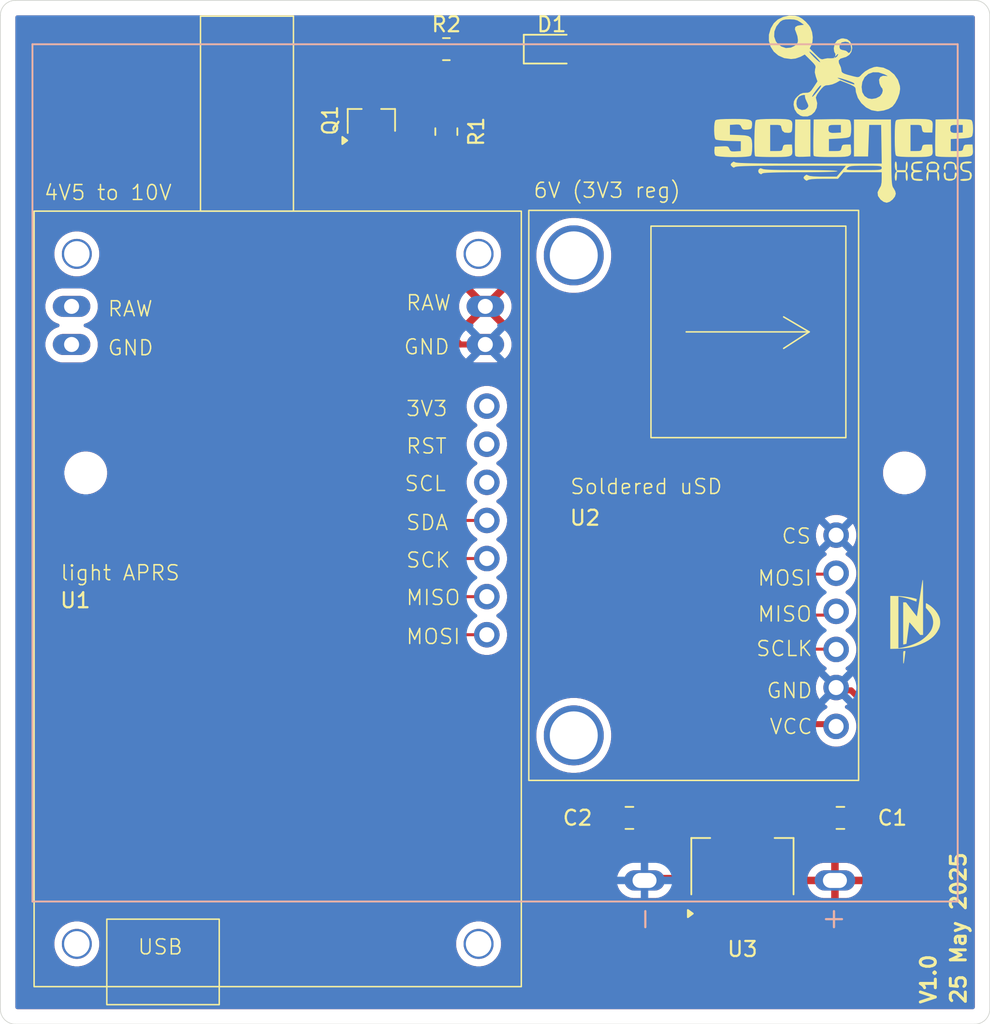
<source format=kicad_pcb>
(kicad_pcb
	(version 20241229)
	(generator "pcbnew")
	(generator_version "9.0")
	(general
		(thickness 1.6)
		(legacy_teardrops no)
	)
	(paper "A4")
	(layers
		(0 "F.Cu" signal)
		(2 "B.Cu" signal)
		(9 "F.Adhes" user "F.Adhesive")
		(11 "B.Adhes" user "B.Adhesive")
		(13 "F.Paste" user)
		(15 "B.Paste" user)
		(5 "F.SilkS" user "F.Silkscreen")
		(7 "B.SilkS" user "B.Silkscreen")
		(1 "F.Mask" user)
		(3 "B.Mask" user)
		(17 "Dwgs.User" user "User.Drawings")
		(19 "Cmts.User" user "User.Comments")
		(21 "Eco1.User" user "User.Eco1")
		(23 "Eco2.User" user "User.Eco2")
		(25 "Edge.Cuts" user)
		(27 "Margin" user)
		(31 "F.CrtYd" user "F.Courtyard")
		(29 "B.CrtYd" user "B.Courtyard")
		(35 "F.Fab" user)
		(33 "B.Fab" user)
		(39 "User.1" user)
		(41 "User.2" user)
		(43 "User.3" user)
		(45 "User.4" user)
	)
	(setup
		(stackup
			(layer "F.SilkS"
				(type "Top Silk Screen")
			)
			(layer "F.Paste"
				(type "Top Solder Paste")
			)
			(layer "F.Mask"
				(type "Top Solder Mask")
				(thickness 0.01)
			)
			(layer "F.Cu"
				(type "copper")
				(thickness 0.035)
			)
			(layer "dielectric 1"
				(type "core")
				(thickness 1.51)
				(material "FR4")
				(epsilon_r 4.5)
				(loss_tangent 0.02)
			)
			(layer "B.Cu"
				(type "copper")
				(thickness 0.035)
			)
			(layer "B.Mask"
				(type "Bottom Solder Mask")
				(thickness 0.01)
			)
			(layer "B.Paste"
				(type "Bottom Solder Paste")
			)
			(layer "B.SilkS"
				(type "Bottom Silk Screen")
			)
			(copper_finish "None")
			(dielectric_constraints no)
		)
		(pad_to_mask_clearance 0)
		(allow_soldermask_bridges_in_footprints no)
		(tenting front back)
		(pcbplotparams
			(layerselection 0x00000000_00000000_55555555_5755f5ff)
			(plot_on_all_layers_selection 0x00000000_00000000_00000000_00000000)
			(disableapertmacros no)
			(usegerberextensions no)
			(usegerberattributes yes)
			(usegerberadvancedattributes yes)
			(creategerberjobfile yes)
			(dashed_line_dash_ratio 12.000000)
			(dashed_line_gap_ratio 3.000000)
			(svgprecision 4)
			(plotframeref no)
			(mode 1)
			(useauxorigin no)
			(hpglpennumber 1)
			(hpglpenspeed 20)
			(hpglpendiameter 15.000000)
			(pdf_front_fp_property_popups yes)
			(pdf_back_fp_property_popups yes)
			(pdf_metadata yes)
			(pdf_single_document no)
			(dxfpolygonmode yes)
			(dxfimperialunits yes)
			(dxfusepcbnewfont yes)
			(psnegative no)
			(psa4output no)
			(plot_black_and_white yes)
			(sketchpadsonfab no)
			(plotpadnumbers no)
			(hidednponfab no)
			(sketchdnponfab yes)
			(crossoutdnponfab yes)
			(subtractmaskfromsilk no)
			(outputformat 1)
			(mirror no)
			(drillshape 1)
			(scaleselection 1)
			(outputdirectory "")
		)
	)
	(net 0 "")
	(net 1 "+BATT")
	(net 2 "GND")
	(net 3 "unconnected-(U1-RST-Pad6)")
	(net 4 "unconnected-(U1-GND-Pad2)")
	(net 5 "Clock")
	(net 6 "+5V")
	(net 7 "unconnected-(U1-3V3-Pad5)")
	(net 8 "MOSI")
	(net 9 "unconnected-(U1-VBat-Pad1)")
	(net 10 "unconnected-(U1-SCL{slash}PC0-Pad7)")
	(net 11 "MISO")
	(net 12 "Net-(D1-K)")
	(net 13 "LED")
	(net 14 "Net-(Q1-D)")
	(footprint "Resistor_SMD:R_0805_2012Metric_Pad1.20x1.40mm_HandSolder" (layer "F.Cu") (at 75.75 55.25 90))
	(footprint "Dave:light_APRS" (layer "F.Cu") (at 63.05 112.25))
	(footprint "LED_SMD:LED_0805_2012Metric_Pad1.15x1.40mm_HandSolder" (layer "F.Cu") (at 82.775 49.75))
	(footprint "Dave:Soldered_uSD" (layer "F.Cu") (at 81.25 98.5))
	(footprint "Capacitor_SMD:C_0805_2012Metric_Pad1.18x1.45mm_HandSolder" (layer "F.Cu") (at 102.0375 101))
	(footprint "Package_TO_SOT_SMD:SOT-223-3_TabPin2" (layer "F.Cu") (at 95.5 104.25 90))
	(footprint "Resistor_SMD:R_0805_2012Metric_Pad1.20x1.40mm_HandSolder" (layer "F.Cu") (at 75.75 49.75))
	(footprint "Capacitor_SMD:C_0805_2012Metric_Pad1.18x1.45mm_HandSolder" (layer "F.Cu") (at 87.9625 101 180))
	(footprint "Dave:ScienceHeads_20mm" (layer "F.Cu") (at 102.25 53.75))
	(footprint "Package_TO_SOT_SMD:SOT-23_Handsoldering" (layer "F.Cu") (at 70.75 54.5 90))
	(footprint "Dave:DN_swoop_05mm" (layer "F.Cu") (at 107 88))
	(footprint "Dave:BAT_BH4AA-PC" (layer "B.Cu") (at 79 78 -90))
	(gr_arc
		(start 47 114.75)
		(mid 46.292893 114.457107)
		(end 46 113.75)
		(stroke
			(width 0.05)
			(type default)
		)
		(layer "Edge.Cuts")
		(uuid "248d525f-0293-4bf4-9167-dae5f197ea44")
	)
	(gr_arc
		(start 111 46.5)
		(mid 111.707107 46.792893)
		(end 112 47.5)
		(stroke
			(width 0.05)
			(type default)
		)
		(layer "Edge.Cuts")
		(uuid "368d1106-3cd4-410d-8043-d0ab7bfe8e1b")
	)
	(gr_arc
		(start 112 113.75)
		(mid 111.707107 114.457107)
		(end 111 114.75)
		(stroke
			(width 0.05)
			(type default)
		)
		(layer "Edge.Cuts")
		(uuid "5d9f407c-17c1-47d9-b6e5-ea37846c6a1a")
	)
	(gr_line
		(start 46 47.5)
		(end 46 113.75)
		(stroke
			(width 0.05)
			(type default)
		)
		(layer "Edge.Cuts")
		(uuid "74ac4161-29af-4a29-af16-1ff1871393d9")
	)
	(gr_arc
		(start 46 47.5)
		(mid 46.292893 46.792893)
		(end 47 46.5)
		(stroke
			(width 0.05)
			(type default)
		)
		(layer "Edge.Cuts")
		(uuid "8f152c99-e425-41ba-bb83-5cad3fe524d3")
	)
	(gr_line
		(start 111 114.75)
		(end 47 114.75)
		(stroke
			(width 0.05)
			(type default)
		)
		(layer "Edge.Cuts")
		(uuid "9fb2669d-a145-45d8-b557-b483fb6397ee")
	)
	(gr_line
		(start 111 46.5)
		(end 47 46.5)
		(stroke
			(width 0.05)
			(type default)
		)
		(layer "Edge.Cuts")
		(uuid "b49ba140-d7f3-47c5-8872-26b0d43f1646")
	)
	(gr_line
		(start 112 113.75)
		(end 112 47.5)
		(stroke
			(width 0.05)
			(type default)
		)
		(layer "Edge.Cuts")
		(uuid "fe1f4ccd-a5d0-40cd-b239-5d2b0a4e90b7")
	)
	(gr_text "RAW"
		(at 73 67.25 0)
		(layer "F.SilkS")
		(uuid "25306688-7106-4c61-8fce-b2de49718a91")
		(effects
			(font
				(size 1 1)
				(thickness 0.1)
			)
			(justify left bottom)
		)
	)
	(gr_text "U3"
		(at 95.5 109.75 0)
		(layer "F.SilkS")
		(uuid "4ad460bc-5b7a-4f4b-8a44-526602af42da")
		(effects
			(font
				(size 1 1)
				(thickness 0.15)
			)
		)
	)
	(gr_text "U2"
		(at 85 81 0)
		(layer "F.SilkS")
		(uuid "89278ced-39ee-4f9c-939a-de00802d9214")
		(effects
			(font
				(size 1 1)
				(thickness 0.15)
			)
		)
	)
	(gr_text "25 May 2025"
		(at 110.5 113.5 90)
		(layer "F.SilkS")
		(uuid "b1975f7e-6d2e-4f18-9d4e-3d96b9563957")
		(effects
			(font
				(size 1 1)
				(thickness 0.2)
				(bold yes)
			)
			(justify left bottom)
		)
	)
	(gr_text "U1"
		(at 51 86.5 0)
		(layer "F.SilkS")
		(uuid "d743b381-debc-4cce-a77e-010971daaae7")
		(effects
			(font
				(size 1 1)
				(thickness 0.15)
			)
		)
	)
	(gr_text "V1.0"
		(at 108.5 113.5 90)
		(layer "F.SilkS")
		(uuid "f4c7317e-25ff-42f7-ac96-b0ec49c4010b")
		(effects
			(font
				(size 1 1)
				(thickness 0.2)
				(bold yes)
			)
			(justify left bottom)
		)
	)
	(segment
		(start 76.69 69.44)
		(end 73.25 66)
		(width 0.4)
		(layer "F.Cu")
		(net 2)
		(uuid "02db7d2e-5eef-4338-a40a-57db1f0803f3")
	)
	(segment
		(start 103.075 101)
		(end 103.25 101)
		(width 0.4)
		(layer "F.Cu")
		(net 2)
		(uuid "08683671-e308-4a28-a672-2c045d2cf2f1")
	)
	(segment
		(start 88.97 103.72)
		(end 88.97 105.17)
		(width 0.4)
		(layer "F.Cu")
		(net 2)
		(uuid "0bf1260b-502e-4701-8150-aa51deba6289")
	)
	(segment
		(start 104.25 94)
		(end 102.75 92.5)
		(width 0.4)
		(layer "F.Cu")
		(net 2)
		(uuid "181b1655-ec16-42b5-9b8e-ab4dcde3c001")
	)
	(segment
		(start 88.97 105.17)
		(end 89.14 105)
		(width 0.4)
		(layer "F.Cu")
		(net 2)
		(uuid "1cbf5095-dff4-4fd5-ad7f-5e95acc9a8c5")
	)
	(segment
		(start 73.25 66)
		(end 73.25 56)
		(width 0.4)
		(layer "F.Cu")
		(net 2)
		(uuid "1f183e95-5528-47cc-94a4-5e7e13f42d0a")
	)
	(segment
		(start 86.925 101.675)
		(end 88.97 103.72)
		(width 0.4)
		(layer "F.Cu")
		(net 2)
		(uuid "3a05c5a8-db35-49e0-873c-ee1ff1d3eb85")
	)
	(segment
		(start 75.5 56)
		(end 75.75 56.25)
		(width 0.4)
		(layer "F.Cu")
		(net 2)
		(uuid "3ab3e3c8-4ab0-45f9-9b74-849d9604bc56")
	)
	(segment
		(start 102.75 92.5)
		(end 101.81 92.5)
		(width 0.4)
		(layer "F.Cu")
		(net 2)
		(uuid "506c79af-8c82-4e82-b949-0d20847dfdb2")
	)
	(segment
		(start 101.81 92.5)
		(end 101.75 92.56)
		(width 0.4)
		(layer "F.Cu")
		(net 2)
		(uuid "5990d4dc-5ab4-47e3-a0cc-fd6b7c95cf34")
	)
	(segment
		(start 71.7 56)
		(end 73.25 56)
		(width 0.4)
		(layer "F.Cu")
		(net 2)
		(uuid "61d33125-2fcc-48fb-b1c2-fbb7ad7d9913")
	)
	(segment
		(start 93.2 106.45)
		(end 93.2 107.4)
		(width 0.4)
		(layer "F.Cu")
		(net 2)
		(uuid "6ce81042-2256-4c12-be79-47f4d6109391")
	)
	(segment
		(start 73.25 56)
		(end 75.5 56)
		(width 0.4)
		(layer "F.Cu")
		(net 2)
		(uuid "728f5187-f373-482b-a34b-c129f94a4537")
	)
	(segment
		(start 78.35 69.44)
		(end 76.69 69.44)
		(width 0.4)
		(layer "F.Cu")
		(net 2)
		(uuid "88f2519b-ed1e-4e97-a089-3616248a0184")
	)
	(segment
		(start 86.925 101)
		(end 86.925 101.675)
		(width 0.4)
		(layer "F.Cu")
		(net 2)
		(uuid "8e3ea620-7701-47d0-8e45-a80512307437")
	)
	(segment
		(start 91.75 105)
		(end 93.2 106.45)
		(width 0.4)
		(layer "F.Cu")
		(net 2)
		(uuid "c56eef32-e108-43b0-8238-8c6a3f3ff88a")
	)
	(segment
		(start 103.25 101)
		(end 104.25 100)
		(width 0.4)
		(layer "F.Cu")
		(net 2)
		(uuid "c85f69d2-d5cc-4433-9249-f2a3e8cb60af")
	)
	(segment
		(start 104.25 100)
		(end 104.25 94)
		(width 0.4)
		(layer "F.Cu")
		(net 2)
		(uuid "e362ad36-363d-4f40-a12c-33da6c85f567")
	)
	(segment
		(start 89.14 105)
		(end 91.75 105)
		(width 0.4)
		(layer "F.Cu")
		(net 2)
		(uuid "f5462e6d-a850-4414-bcc5-5da09bdcef17")
	)
	(segment
		(start 75.75 93.5)
		(end 81 93.5)
		(width 0.2)
		(layer "F.Cu")
		(net 5)
		(uuid "18871ba2-3fa7-4af1-b1c8-5885a06e1016")
	)
	(segment
		(start 73.75 86.25)
		(end 73.75 91.5)
		(width 0.2)
		(layer "F.Cu")
		(net 5)
		(uuid "406c997d-9cda-4a4a-a0e8-bf8b15d047f3")
	)
	(segment
		(start 78.45 83.71)
		(end 76.29 83.71)
		(width 0.2)
		(layer "F.Cu")
		(net 5)
		(uuid "4cbf34f7-1f99-4672-881b-61ac68f6b439")
	)
	(segment
		(start 81 93.5)
		(end 84.75 89.75)
		(width 0.2)
		(layer "F.Cu")
		(net 5)
		(uuid "7aaf0fa9-c1c5-4457-aaa7-9e5d00c5d374")
	)
	(segment
		(start 73.75 91.5)
		(end 75.75 93.5)
		(width 0.2)
		(layer "F.Cu")
		(net 5)
		(uuid "9833af54-6d86-4383-ad69-b4b084c58d52")
	)
	(segment
		(start 76.29 83.71)
		(end 73.75 86.25)
		(width 0.2)
		(layer "F.Cu")
		(net 5)
		(uuid "b42fc7c3-e2f1-46a2-985a-aed1010fdfd9")
	)
	(segment
		(start 84.75 89.75)
		(end 101.48 89.75)
		(width 0.2)
		(layer "F.Cu")
		(net 5)
		(uuid "bac1bb69-4ef0-432e-bb82-cdad0b585080")
	)
	(segment
		(start 101.48 89.75)
		(end 101.75 90.02)
		(width 0.2)
		(layer "F.Cu")
		(net 5)
		(uuid "f3946094-a8f7-43f3-9c8a-d62f6ebf7d0e")
	)
	(segment
		(start 95.5 107.4)
		(end 95.5 101.1)
		(width 0.4)
		(layer "F.Cu")
		(net 6)
		(uuid "0d417bef-a340-4a49-a999-82e4c49bbab4")
	)
	(segment
		(start 95.5 101.1)
		(end 95.5 97.75)
		(width 0.4)
		(layer "F.Cu")
		(net 6)
		(uuid "6dc7dddd-0cdf-4025-9ad9-cfc8974e8856")
	)
	(segment
		(start 95.5 106.5)
		(end 95.5 107.4)
		(width 0.4)
		(layer "F.Cu")
		(net 6)
		(uuid "8c29875a-9ddd-408f-b37d-afaff9a6b8ac")
	)
	(segment
		(start 101.35 94.75)
		(end 101.75 95.15)
		(width 0.4)
		(layer "F.Cu")
		(net 6)
		(uuid "b7318781-c0b7-4524-b630-d446cbdfb0de")
	)
	(segment
		(start 98.5 94.75)
		(end 101.35 94.75)
		(width 0.4)
		(layer "F.Cu")
		(net 6)
		(uuid "cc3df55d-fe8d-41f2-9e49-df7f6d89aef3")
	)
	(segment
		(start 95.5 97.75)
		(end 98.5 94.75)
		(width 0.4)
		(layer "F.Cu")
		(net 6)
		(uuid "ce53251b-d1a1-4e13-afe8-ec6c20991b07")
	)
	(segment
		(start 90 101)
		(end 95.5 106.5)
		(width 0.4)
		(layer "F.Cu")
		(net 6)
		(uuid "dbcc8356-6643-43cf-bbfc-aa2602b7d550")
	)
	(segment
		(start 89 101)
		(end 90 101)
		(width 0.4)
		(layer "F.Cu")
		(net 6)
		(uuid "ddfbfd3f-1a8a-4bd1-bba6-c0fc6a8f31dc")
	)
	(segment
		(start 77 91.5)
		(end 79.5 91.5)
		(width 0.2)
		(layer "F.Cu")
		(net 8)
		(uuid "6f88b82b-525f-4151-84f0-c8ed2d8ed613")
	)
	(segment
		(start 79.5 91.5)
		(end 86.25 84.75)
		(width 0.2)
		(layer "F.Cu")
		(net 8)
		(uuid "77e4acaa-00c8-4012-b1fb-22c9918880ab")
	)
	(segment
		(start 101.56 84.75)
		(end 101.75 84.94)
		(width 0.2)
		(layer "F.Cu")
		(net 8)
		(uuid "7e0dca89-3a54-46d2-be5e-d87ac7693021")
	)
	(segment
		(start 76.25 89.25)
		(end 76.25 90.75)
		(width 0.2)
		(layer "F.Cu")
		(net 8)
		(uuid "90e0cd11-e0ee-4db9-96e8-fe32f7365953")
	)
	(segment
		(start 78.45 88.79)
		(end 76.71 88.79)
		(width 0.2)
		(layer "F.Cu")
		(net 8)
		(uuid "b2a6cb13-bf09-4716-870d-4d60fa62b4d1")
	)
	(segment
		(start 76.71 88.79)
		(end 76.25 89.25)
		(width 0.2)
		(layer "F.Cu")
		(net 8)
		(uuid "d953e8d7-29eb-40be-8131-fd3e11b8fc64")
	)
	(segment
		(start 76.25 90.75)
		(end 77 91.5)
		(width 0.2)
		(layer "F.Cu")
		(net 8)
		(uuid "da4c793b-5d3a-4d5e-b514-4d27c0f15f4c")
	)
	(segment
		(start 86.25 84.75)
		(end 101.56 84.75)
		(width 0.2)
		(layer "F.Cu")
		(net 8)
		(uuid "fc869421-c290-46cf-b666-5c51884f96a5")
	)
	(segment
		(start 78.45 86.25)
		(end 76.25 86.25)
		(width 0.2)
		(layer "F.Cu")
		(net 11)
		(uuid "21898325-03bc-4f88-8786-18f1f90f4181")
	)
	(segment
		(start 75 87.5)
		(end 75 91)
		(width 0.2)
		(layer "F.Cu")
		(net 11)
		(uuid "2b575515-ec9a-4d1c-84a0-4654690fdcc6")
	)
	(segment
		(start 76.5 92.5)
		(end 80.5 92.5)
		(width 0.2)
		(layer "F.Cu")
		(net 11)
		(uuid "3b45b86c-94fd-4372-a8a5-9bf2630dd90c")
	)
	(segment
		(start 75 91)
		(end 76.5 92.5)
		(width 0.2)
		(layer "F.Cu")
		(net 11)
		(uuid "6c007225-5afe-498c-ba8a-b508762eb7d2")
	)
	(segment
		(start 76.25 86.25)
		(end 75 87.5)
		(width 0.2)
		(layer "F.Cu")
		(net 11)
		(uuid "7c5a1adb-da5f-4570-85d0-090306e8fa0a")
	)
	(segment
		(start 85.52 87.48)
		(end 101.75 87.48)
		(width 0.2)
		(layer "F.Cu")
		(net 11)
		(uuid "a6c60f81-5409-49b1-8965-378fd9d8c1c1")
	)
	(segment
		(start 80.5 92.5)
		(end 85.52 87.48)
		(width 0.2)
		(layer "F.Cu")
		(net 11)
		(uuid "a81da050-2634-429b-9356-b61ed264691f")
	)
	(segment
		(start 76.75 49.75)
		(end 81.75 49.75)
		(width 0.2)
		(layer "F.Cu")
		(net 12)
		(uuid "b824344e-a45c-4655-af13-49298cca843c")
	)
	(segment
		(start 75.67 81.17)
		(end 69.8 75.3)
		(width 0.2)
		(layer "F.Cu")
		(net 13)
		(uuid "1bf0dd39-333c-4159-9933-8c84eed03fab")
	)
	(segment
		(start 75.75 54.25)
		(end 71.55 54.25)
		(width 0.2)
		(layer "F.Cu")
		(net 13)
		(uuid "3b6e673e-0658-4920-810f-868000e0c19a")
	)
	(segment
		(start 69.8 75.3)
		(end 69.8 56)
		(width 0.2)
		(layer "F.Cu")
		(net 13)
		(uuid "67bf5fe8-246c-460a-9140-15199ce74b6b")
	)
	(segment
		(start 78.45 81.17)
		(end 75.67 81.17)
		(width 0.2)
		(layer "F.Cu")
		(net 13)
		(uuid "79cfa9fa-f3a8-4bc9-92ab-4a120edcd559")
	)
	(segment
		(start 71.55 54.25)
		(end 69.8 56)
		(width 0.2)
		(layer "F.Cu")
		(net 13)
		(uuid "8010f30a-7168-4f2a-a298-ffd354204821")
	)
	(segment
		(start 74 49.75)
		(end 70.75 53)
		(width 0.2)
		(layer "F.Cu")
		(net 14)
		(uuid "3c7d4873-1613-490b-ac1f-0043f40698b4")
	)
	(segment
		(start 74.75 49.75)
		(end 74 49.75)
		(width 0.2)
		(layer "F.Cu")
		(net 14)
		(uuid "9e3ebfb1-5b04-449d-acaa-4a2c6adbeac2")
	)
	(zone
		(net 1)
		(net_name "+BATT")
		(layer "F.Cu")
		(uuid "f4536d5a-3b8f-472f-894f-474b8a588ab7")
		(hatch edge 0.5)
		(connect_pads
			(clearance 0.5)
		)
		(min_thickness 0.25)
		(filled_areas_thickness no)
		(fill yes
			(thermal_gap 0.5)
			(thermal_bridge_width 0.5)
		)
		(polygon
			(pts
				(xy 111 47.5) (xy 47 47.5) (xy 47 113.75) (xy 111 113.75)
			)
		)
		(filled_polygon
			(layer "F.Cu")
			(pts
				(xy 110.943039 47.519685) (xy 110.988794 47.572489) (xy 111 47.624) (xy 111 113.626) (xy 110.980315 113.693039)
				(xy 110.927511 113.738794) (xy 110.876 113.75) (xy 47.124 113.75) (xy 47.056961 113.730315) (xy 47.011206 113.677511)
				(xy 47 113.626) (xy 47 109.281902) (xy 49.5995 109.281902) (xy 49.5995 109.518097) (xy 49.636446 109.751368)
				(xy 49.709433 109.975996) (xy 49.816657 110.186433) (xy 49.955483 110.37751) (xy 50.12249 110.544517)
				(xy 50.313567 110.683343) (xy 50.412991 110.734002) (xy 50.524003 110.790566) (xy 50.524005 110.790566)
				(xy 50.524008 110.790568) (xy 50.644412 110.829689) (xy 50.748631 110.863553) (xy 50.981903 110.9005)
				(xy 50.981908 110.9005) (xy 51.218097 110.9005) (xy 51.451368 110.863553) (xy 51.675992 110.790568)
				(xy 51.886433 110.683343) (xy 52.07751 110.544517) (xy 52.244517 110.37751) (xy 52.383343 110.186433)
				(xy 52.490568 109.975992) (xy 52.563553 109.751368) (xy 52.6005 109.518097) (xy 52.6005 109.281902)
				(xy 76.3995 109.281902) (xy 76.3995 109.518097) (xy 76.436446 109.751368) (xy 76.509433 109.975996)
				(xy 76.616657 110.186433) (xy 76.755483 110.37751) (xy 76.92249 110.544517) (xy 77.113567 110.683343)
				(xy 77.212991 110.734002) (xy 77.324003 110.790566) (xy 77.324005 110.790566) (xy 77.324008 110.790568)
				(xy 77.444412 110.829689) (xy 77.548631 110.863553) (xy 77.781903 110.9005) (xy 77.781908 110.9005)
				(xy 78.018097 110.9005) (xy 78.251368 110.863553) (xy 78.475992 110.790568) (xy 78.686433 110.683343)
				(xy 78.87751 110.544517) (xy 79.044517 110.37751) (xy 79.183343 110.186433) (xy 79.290568 109.975992)
				(xy 79.363553 109.751368) (xy 79.4005 109.518097) (xy 79.4005 109.281902) (xy 79.363553 109.048631)
				(xy 79.315422 108.9005) (xy 79.290568 108.824008) (xy 79.290566 108.824005) (xy 79.290566 108.824003)
				(xy 79.183342 108.613566) (xy 79.157875 108.578514) (xy 79.044517 108.42249) (xy 78.87751 108.255483)
				(xy 78.686433 108.116657) (xy 78.655893 108.101096) (xy 78.475996 108.009433) (xy 78.251368 107.936446)
				(xy 78.018097 107.8995) (xy 78.018092 107.8995) (xy 77.781908 107.8995) (xy 77.781903 107.8995)
				(xy 77.548631 107.936446) (xy 77.324003 108.009433) (xy 77.113566 108.116657) (xy 77.076088 108.143887)
				(xy 76.92249 108.255483) (xy 76.922488 108.255485) (xy 76.922487 108.255485) (xy 76.755485 108.422487)
				(xy 76.755485 108.422488) (xy 76.755483 108.42249) (xy 76.74798 108.432817) (xy 76.616657 108.613566)
				(xy 76.509433 108.824003) (xy 76.436446 109.048631) (xy 76.3995 109.281902) (xy 52.6005 109.281902)
				(xy 52.563553 109.048631) (xy 52.515422 108.9005) (xy 52.490568 108.824008) (xy 52.490566 108.824005)
				(xy 52.490566 108.824003) (xy 52.383342 108.613566) (xy 52.357875 108.578514) (xy 52.244517 108.42249)
				(xy 52.07751 108.255483) (xy 51.886433 108.116657) (xy 51.855893 108.101096) (xy 51.675996 108.009433)
				(xy 51.451368 107.936446) (xy 51.218097 107.8995) (xy 51.218092 107.8995) (xy 50.981908 107.8995)
				(xy 50.981903 107.8995) (xy 50.748631 107.936446) (xy 50.524003 108.009433) (xy 50.313566 108.116657)
				(xy 50.276088 108.143887) (xy 50.12249 108.255483) (xy 50.122488 108.255485) (xy 50.122487 108.255485)
				(xy 49.955485 108.422487) (xy 49.955485 108.422488) (xy 49.955483 108.42249) (xy 49.94798 108.432817)
				(xy 49.816657 108.613566) (xy 49.709433 108.824003) (xy 49.636446 109.048631) (xy 49.5995 109.281902)
				(xy 47 109.281902) (xy 47 95.359568) (xy 81.7495 95.359568) (xy 81.7495 95.640431) (xy 81.780942 95.919494)
				(xy 81.780945 95.919512) (xy 81.843439 96.193317) (xy 81.843443 96.193329) (xy 81.9362 96.458411)
				(xy 82.058053 96.711442) (xy 82.058055 96.711445) (xy 82.207477 96.949248) (xy 82.382584 97.168825)
				(xy 82.581175 97.367416) (xy 82.800752 97.542523) (xy 83.038555 97.691945) (xy 83.291592 97.813801)
				(xy 83.49068 97.883465) (xy 83.55667 97.906556) (xy 83.556682 97.90656) (xy 83.830491 97.969055)
				(xy 83.830497 97.969055) (xy 83.830505 97.969057) (xy 84.016547 97.990018) (xy 84.109569 98.000499)
				(xy 84.109572 98.0005) (xy 84.109575 98.0005) (xy 84.390428 98.0005) (xy 84.390429 98.000499) (xy 84.533055 97.984429)
				(xy 84.669494 97.969057) (xy 84.669499 97.969056) (xy 84.669509 97.969055) (xy 84.943318 97.90656)
				(xy 85.208408 97.813801) (xy 85.461445 97.691945) (xy 85.699248 97.542523) (xy 85.918825 97.367416)
				(xy 86.117416 97.168825) (xy 86.292523 96.949248) (xy 86.441945 96.711445) (xy 86.563801 96.458408)
				(xy 86.65656 96.193318) (xy 86.719055 95.919509) (xy 86.7505 95.640425) (xy 86.7505 95.359575) (xy 86.740018 95.266547)
				(xy 86.719057 95.080505) (xy 86.719054 95.080487) (xy 86.65656 94.806682) (xy 86.656556 94.80667)
				(xy 86.578555 94.583757) (xy 86.563801 94.541592) (xy 86.441945 94.288555) (xy 86.292523 94.050752)
				(xy 86.117416 93.831175) (xy 85.918825 93.632584) (xy 85.699248 93.457477) (xy 85.532772 93.352873)
				(xy 85.461442 93.308053) (xy 85.208411 93.1862) (xy 84.943329 93.093443) (xy 84.943317 93.093439)
				(xy 84.669512 93.030945) (xy 84.669494 93.030942) (xy 84.390431 92.9995) (xy 84.390425 92.9995)
				(xy 84.109575 92.9995) (xy 84.109568 92.9995) (xy 83.830505 93.030942) (xy 83.830487 93.030945)
				(xy 83.556682 93.093439) (xy 83.55667 93.093443) (xy 83.291588 93.1862) (xy 83.038557 93.308053)
				(xy 82.800753 93.457476) (xy 82.581175 93.632583) (xy 82.382583 93.831175) (xy 82.207476 94.050753)
				(xy 82.058053 94.288557) (xy 81.9362 94.541588) (xy 81.843443 94.80667) (xy 81.843439 94.806682)
				(xy 81.780945 95.080487) (xy 81.780942 95.080505) (xy 81.7495 95.359568) (xy 47 95.359568) (xy 47 77.887417)
				(xy 50.2645 77.887417) (xy 50.2645 78.112582) (xy 50.299723 78.334976) (xy 50.369305 78.549125)
				(xy 50.464669 78.736286) (xy 50.471527 78.749745) (xy 50.603876 78.931908) (xy 50.763092 79.091124)
				(xy 50.945255 79.223473) (xy 51.040041 79.271769) (xy 51.145874 79.325694) (xy 51.145876 79.325694)
				(xy 51.145879 79.325696) (xy 51.260666 79.362992) (xy 51.360023 79.395276) (xy 51.47122 79.412888)
				(xy 51.582417 79.4305) (xy 51.582418 79.4305) (xy 51.807582 79.4305) (xy 51.807583 79.4305) (xy 52.029976 79.395276)
				(xy 52.244121 79.325696) (xy 52.444745 79.223473) (xy 52.626908 79.091124) (xy 52.786124 78.931908)
				(xy 52.918473 78.749745) (xy 53.020696 78.549121) (xy 53.090276 78.334976) (xy 53.1255 78.112583)
				(xy 53.1255 77.887417) (xy 53.090276 77.665024) (xy 53.020696 77.450879) (xy 53.020694 77.450876)
				(xy 53.020694 77.450874) (xy 52.918472 77.250254) (xy 52.917936 77.249516) (xy 52.786124 77.068092)
				(xy 52.626908 76.908876) (xy 52.444745 76.776527) (xy 52.244125 76.674305) (xy 52.029976 76.604723)
				(xy 51.837989 76.574316) (xy 51.807583 76.5695) (xy 51.582417 76.5695) (xy 51.555667 76.573736)
				(xy 51.360023 76.604723) (xy 51.145874 76.674305) (xy 50.945254 76.776527) (xy 50.763089 76.908878)
				(xy 50.603878 77.068089) (xy 50.471527 77.250254) (xy 50.369305 77.450874) (xy 50.299723 77.665023)
				(xy 50.2645 77.887417) (xy 47 77.887417) (xy 47 66.805513) (xy 48.9995 66.805513) (xy 48.9995 66.994486)
				(xy 49.029059 67.181118) (xy 49.087454 67.360836) (xy 49.173108 67.52894) (xy 49.17324 67.529199)
				(xy 49.28431 67.682073) (xy 49.417927 67.81569) (xy 49.570801 67.92676) (xy 49.650347 67.96729)
				(xy 49.739163 68.012545) (xy 49.739165 68.012545) (xy 49.739168 68.012547) (xy 49.828734 68.041649)
				(xy 49.860803 68.052069) (xy 49.918478 68.091507) (xy 49.945676 68.155866) (xy 49.933761 68.224712)
				(xy 49.886516 68.276188) (xy 49.860803 68.287931) (xy 49.739163 68.327454) (xy 49.5708 68.41324)
				(xy 49.483579 68.47661) (xy 49.417927 68.52431) (xy 49.417925 68.524312) (xy 49.417924 68.524312)
				(xy 49.284312 68.657924) (xy 49.284312 68.657925) (xy 49.28431 68.657927) (xy 49.23661 68.723579)
				(xy 49.17324 68.8108) (xy 49.087454 68.979163) (xy 49.029059 69.158881) (xy 48.9995 69.345513) (xy 48.9995 69.534486)
				(xy 49.029059 69.721118) (xy 49.087454 69.900836) (xy 49.129886 69.984112) (xy 49.17324 70.069199)
				(xy 49.28431 70.222073) (xy 49.417927 70.35569) (xy 49.570801 70.46676) (xy 49.650347 70.50729)
				(xy 49.739163 70.552545) (xy 49.739165 70.552545) (xy 49.739168 70.552547) (xy 49.835497 70.583846)
				(xy 49.918881 70.61094) (xy 50.105514 70.6405) (xy 50.105519 70.6405) (xy 51.394486 70.6405) (xy 51.581118 70.61094)
				(xy 51.760832 70.552547) (xy 51.929199 70.46676) (xy 52.082073 70.35569) (xy 52.21569 70.222073)
				(xy 52.32676 70.069199) (xy 52.412547 69.900832) (xy 52.47094 69.721118) (xy 52.5005 69.534486)
				(xy 52.5005 69.345513) (xy 52.47094 69.158881) (xy 52.412545 68.979163) (xy 52.326759 68.8108) (xy 52.21569 68.657927)
				(xy 52.082073 68.52431) (xy 51.929199 68.41324) (xy 51.760836 68.327454) (xy 51.686472 68.303291)
				(xy 51.639195 68.28793) (xy 51.581521 68.248493) (xy 51.554323 68.184134) (xy 51.566238 68.115288)
				(xy 51.613482 68.063812) (xy 51.639194 68.052069) (xy 51.760832 68.012547) (xy 51.929199 67.92676)
				(xy 52.082073 67.81569) (xy 52.21569 67.682073) (xy 52.32676 67.529199) (xy 52.412547 67.360832)
				(xy 52.47094 67.181118) (xy 52.470958 67.181002) (xy 52.5005 66.994486) (xy 52.5005 66.805513) (xy 52.47094 66.618881)
				(xy 52.412545 66.439163) (xy 52.326759 66.2708) (xy 52.21569 66.117927) (xy 52.082073 65.98431)
				(xy 51.929199 65.87324) (xy 51.760836 65.787454) (xy 51.581118 65.729059) (xy 51.394486 65.6995)
				(xy 51.394481 65.6995) (xy 50.105519 65.6995) (xy 50.105514 65.6995) (xy 49.918881 65.729059) (xy 49.739163 65.787454)
				(xy 49.5708 65.87324) (xy 49.52494 65.90656) (xy 49.417927 65.98431) (xy 49.417925 65.984312) (xy 49.417924 65.984312)
				(xy 49.284312 66.117924) (xy 49.284312 66.117925) (xy 49.28431 66.117927) (xy 49.28407 66.118258)
				(xy 49.17324 66.2708) (xy 49.087454 66.439163) (xy 49.029059 66.618881) (xy 48.9995 66.805513) (xy 47 66.805513)
				(xy 47 63.281902) (xy 49.5995 63.281902) (xy 49.5995 63.518097) (xy 49.636446 63.751368) (xy 49.709433 63.975996)
				(xy 49.816657 64.186433) (xy 49.955483 64.37751) (xy 50.12249 64.544517) (xy 50.313567 64.683343)
				(xy 50.412991 64.734002) (xy 50.524003 64.790566) (xy 50.524005 64.790566) (xy 50.524008 64.790568)
				(xy 50.644412 64.829689) (xy 50.748631 64.863553) (xy 50.981903 64.9005) (xy 50.981908 64.9005)
				(xy 51.218097 64.9005) (xy 51.451368 64.863553) (xy 51.675992 64.790568) (xy 51.886433 64.683343)
				(xy 52.07751 64.544517) (xy 52.244517 64.37751) (xy 52.383343 64.186433) (xy 52.490568 63.975992)
				(xy 52.563553 63.751368) (xy 52.581124 63.640431) (xy 52.6005 63.518097) (xy 52.6005 63.281902)
				(xy 52.563553 63.048631) (xy 52.490566 62.824003) (xy 52.383342 62.613566) (xy 52.244517 62.42249)
				(xy 52.07751 62.255483) (xy 51.886433 62.116657) (xy 51.675996 62.009433) (xy 51.451368 61.936446)
				(xy 51.218097 61.8995) (xy 51.218092 61.8995) (xy 50.981908 61.8995) (xy 50.981903 61.8995) (xy 50.748631 61.936446)
				(xy 50.524003 62.009433) (xy 50.313566 62.116657) (xy 50.20455 62.195862) (xy 50.12249 62.255483)
				(xy 50.122488 62.255485) (xy 50.122487 62.255485) (xy 49.955485 62.422487) (xy 49.955485 62.422488)
				(xy 49.955483 62.42249) (xy 49.895862 62.50455) (xy 49.816657 62.613566) (xy 49.709433 62.824003)
				(xy 49.636446 63.048631) (xy 49.5995 63.281902) (xy 47 63.281902) (xy 47 55.193386) (xy 68.8995 55.193386)
				(xy 68.8995 56.806613) (xy 68.905913 56.877192) (xy 68.905913 56.877194) (xy 68.905914 56.877196)
				(xy 68.956522 57.039606) (xy 69.044528 57.185185) (xy 69.163182 57.303839) (xy 69.196666 57.36516)
				(xy 69.1995 57.391519) (xy 69.1995 75.21333) (xy 69.199499 75.213348) (xy 69.199499 75.379054) (xy 69.199498 75.379054)
				(xy 69.240423 75.531785) (xy 69.263402 75.571584) (xy 69.263403 75.571588) (xy 69.263404 75.571588)
				(xy 69.319479 75.668714) (xy 69.319481 75.668717) (xy 69.438349 75.787585) (xy 69.438354 75.787589)
				(xy 75.301284 81.65052) (xy 75.301286 81.650521) (xy 75.30129 81.650524) (xy 75.438209 81.729573)
				(xy 75.438216 81.729577) (xy 75.590943 81.770501) (xy 75.590945 81.770501) (xy 75.756654 81.770501)
				(xy 75.75667 81.7705) (xy 77.164281 81.7705) (xy 77.23132 81.790185) (xy 77.274765 81.838205) (xy 77.294947 81.877814)
				(xy 77.294948 81.877815) (xy 77.41989 82.049786) (xy 77.570213 82.200109) (xy 77.742182 82.32505)
				(xy 77.750946 82.329516) (xy 77.801742 82.377491) (xy 77.818536 82.445312) (xy 77.795998 82.511447)
				(xy 77.750946 82.550484) (xy 77.742182 82.554949) (xy 77.570213 82.67989) (xy 77.41989 82.830213)
				(xy 77.294948 83.002184) (xy 77.294947 83.002185) (xy 77.274765 83.041795) (xy 77.226791 83.092591)
				(xy 77.164281 83.1095) (xy 76.21094 83.1095) (xy 76.170019 83.120464) (xy 76.170019 83.120465) (xy 76.132751 83.130451)
				(xy 76.058214 83.150423) (xy 76.058209 83.150426) (xy 75.92129 83.229475) (xy 75.921282 83.229481)
				(xy 73.269479 85.881284) (xy 73.248185 85.918167) (xy 73.239185 85.933757) (xy 73.190423 86.018215)
				(xy 73.149499 86.170943) (xy 73.149499 86.170945) (xy 73.149499 86.339046) (xy 73.1495 86.339059)
				(xy 73.1495 91.41333) (xy 73.149499 91.413348) (xy 73.149499 91.579054) (xy 73.149498 91.579054)
				(xy 73.190423 91.731785) (xy 73.219358 91.7819) (xy 73.219359 91.781904) (xy 73.21936 91.781904)
				(xy 73.269479 91.868714) (xy 73.269481 91.868717) (xy 73.388349 91.987585) (xy 73.388355 91.98759)
				(xy 75.265139 93.864374) (xy 75.265149 93.864385) (xy 75.269479 93.868715) (xy 75.26948 93.868716)
				(xy 75.381284 93.98052) (xy 75.450036 94.020213) (xy 75.468095 94.030639) (xy 75.468097 94.030641)
				(xy 75.495853 94.046666) (xy 75.518215 94.059577) (xy 75.670943 94.1005) (xy 75.829057 94.1005)
				(xy 80.913331 94.1005) (xy 80.913347 94.100501) (xy 80.920943 94.100501) (xy 81.079054 94.100501)
				(xy 81.079057 94.100501) (xy 81.231785 94.059577) (xy 81.281904 94.030639) (xy 81.368716 93.98052)
				(xy 81.48052 93.868716) (xy 81.48052 93.868714) (xy 81.490728 93.858507) (xy 81.490729 93.858504)
				(xy 84.962416 90.386819) (xy 85.023739 90.353334) (xy 85.050097 90.3505) (xy 100.454091 90.3505)
				(xy 100.52113 90.370185) (xy 100.564576 90.418205) (xy 100.594951 90.47782) (xy 100.71989 90.649786)
				(xy 100.870213 90.800109) (xy 101.042182 90.92505) (xy 101.050946 90.929516) (xy 101.101742 90.977491)
				(xy 101.118536 91.045312) (xy 101.095998 91.111447) (xy 101.050946 91.150484) (xy 101.042182 91.154949)
				(xy 100.870213 91.27989) (xy 100.71989 91.430213) (xy 100.594951 91.602179) (xy 100.498444 91.791585)
				(xy 100.432753 91.99376) (xy 100.3995 92.203713) (xy 100.3995 92.416286) (xy 100.432753 92.626239)
				(xy 100.498444 92.828414) (xy 100.594951 93.01782) (xy 100.71989 93.189786) (xy 100.870213 93.340109)
				(xy 101.029569 93.455886) (xy 101.042184 93.465051) (xy 101.088863 93.488835) (xy 101.10001 93.494515)
				(xy 101.150806 93.54249) (xy 101.167601 93.610311) (xy 101.145063 93.676446) (xy 101.10001 93.715485)
				(xy 101.04218 93.744951) (xy 100.870213 93.86989) (xy 100.870209 93.869894) (xy 100.726923 94.013181)
				(xy 100.6656 94.046666) (xy 100.639242 94.0495) (xy 98.431004 94.0495) (xy 98.295677 94.076418)
				(xy 98.295667 94.076421) (xy 98.168192 94.129222) (xy 98.053454 94.205887) (xy 94.955887 97.303454)
				(xy 94.927604 97.345783) (xy 94.899448 97.387923) (xy 94.899447 97.387925) (xy 94.879223 97.41819)
				(xy 94.826421 97.545667) (xy 94.826418 97.545677) (xy 94.7995 97.681004) (xy 94.7995 99.4755) (xy 94.779815 99.542539)
				(xy 94.727011 99.588294) (xy 94.6755 99.5995) (xy 94.041971 99.5995) (xy 94.041965 99.5995) (xy 94.041964 99.599501)
				(xy 94.030316 99.600536) (xy 93.922584 99.610113) (xy 93.726954 99.666089) (xy 93.643192 99.709843)
				(xy 93.546593 99.760302) (xy 93.546591 99.760303) (xy 93.54659 99.760304) (xy 93.38889 99.88889)
				(xy 93.260304 100.04659) (xy 93.260302 100.046593) (xy 93.223459 100.117126) (xy 93.166089 100.226954)
				(xy 93.110114 100.422583) (xy 93.110113 100.422586) (xy 93.0995 100.541966) (xy 93.0995 101.658028)
				(xy 93.099501 101.658034) (xy 93.110113 101.777415) (xy 93.166089 101.973045) (xy 93.16609 101.973048)
				(xy 93.166091 101.973049) (xy 93.260302 102.153407) (xy 93.288683 102.188213) (xy 93.38889 102.311109)
				(xy 93.468298 102.375857) (xy 93.546593 102.439698) (xy 93.726951 102.533909) (xy 93.922582 102.589886)
				(xy 94.041963 102.6005) (xy 94.6755 102.600499) (xy 94.742539 102.620183) (xy 94.788294 102.672987)
				(xy 94.7995 102.724499) (xy 94.7995 104.50948) (xy 94.779815 104.576519) (xy 94.727011 104.622274)
				(xy 94.657853 104.632218) (xy 94.594297 104.603193) (xy 94.587819 104.597161) (xy 90.446545 100.455887)
				(xy 90.331807 100.379222) (xy 90.204332 100.326421) (xy 90.204323 100.326419) (xy 90.123112 100.310264)
				(xy 90.061202 100.277878) (xy 90.029599 100.227651) (xy 90.022383 100.205875) (xy 90.022314 100.205666)
				(xy 89.930212 100.056344) (xy 89.806156 99.932288) (xy 89.656834 99.840186) (xy 89.490297 99.785001)
				(xy 89.490295 99.785) (xy 89.38751 99.7745) (xy 88.612498 99.7745) (xy 88.61248 99.774501) (xy 88.509703 99.785)
				(xy 88.5097 99.785001) (xy 88.343168 99.840185) (xy 88.343163 99.840187) (xy 88.193842 99.932289)
				(xy 88.069785 100.056346) (xy 88.068037 100.059182) (xy 88.066329 100.060717) (xy 88.065307 100.062011)
				(xy 88.065085 100.061836) (xy 88.016089 100.105905) (xy 87.947126 100.117126) (xy 87.883044 100.089282)
				(xy 87.856963 100.059182) (xy 87.855214 100.056346) (xy 87.731157 99.932289) (xy 87.731156 99.932288)
				(xy 87.581834 99.840186) (xy 87.415297 99.785001) (xy 87.415295 99.785) (xy 87.31251 99.7745) (xy 86.537498 99.7745)
				(xy 86.53748 99.774501) (xy 86.434703 99.785) (xy 86.4347 99.785001) (xy 86.268168 99.840185) (xy 86.268163 99.840187)
				(xy 86.118842 99.932289) (xy 85.994789 100.056342) (xy 85.902687 100.205663) (xy 85.902685 100.205668)
				(xy 85.902615 100.20588) (xy 85.847501 100.372203) (xy 85.847501 100.372204) (xy 85.8475 100.372204)
				(xy 85.837 100.474983) (xy 85.837 101.525001) (xy 85.837001 101.525019) (xy 85.8475 101.627796)
				(xy 85.847501 101.627799) (xy 85.897079 101.777413) (xy 85.902686 101.794334) (xy 85.994788 101.943656)
				(xy 86.118844 102.067712) (xy 86.268166 102.159814) (xy 86.380519 102.197044) (xy 86.434696 102.214997)
				(xy 86.434697 102.214997) (xy 86.434703 102.214999) (xy 86.434954 102.215024) (xy 86.435102 102.215085)
				(xy 86.44132 102.216416) (xy 86.441082 102.217524) (xy 86.499645 102.241411) (xy 86.510045 102.250702)
				(xy 88.075295 103.815952) (xy 88.10878 103.877275) (xy 88.103796 103.946967) (xy 88.061924 104.0029)
				(xy 88.023975 104.020724) (xy 88.02437 104.021939) (xy 87.843767 104.080619) (xy 87.843764 104.08062)
				(xy 87.678903 104.164622) (xy 87.607287 104.216655) (xy 87.529213 104.273379) (xy 87.529211 104.273381)
				(xy 87.52921 104.273381) (xy 87.398381 104.40421) (xy 87.398381 104.404211) (xy 87.398379 104.404213)
				(xy 87.398138 104.404545) (xy 87.289622 104.553903) (xy 87.20562 104.718764) (xy 87.205619 104.718767)
				(xy 87.148445 104.894734) (xy 87.1195 105.077486) (xy 87.1195 105.262513) (xy 87.148445 105.445265)
				(xy 87.205619 105.621232) (xy 87.20562 105.621235) (xy 87.28949 105.785837) (xy 87.289622 105.786096)
				(xy 87.398379 105.935787) (xy 87.529213 106.066621) (xy 87.678904 106.175378) (xy 87.759763 106.216577)
				(xy 87.843764 106.259379) (xy 87.843767 106.25938) (xy 87.93175 106.287967) (xy 88.019736 106.316555)
				(xy 88.202486 106.3455) (xy 88.202487 106.3455) (xy 89.737513 106.3455) (xy 89.737514 106.3455)
				(xy 89.920264 106.316555) (xy 90.096235 106.259379) (xy 90.261096 106.175378) (xy 90.410787 106.066621)
				(xy 90.541621 105.935787) (xy 90.650378 105.786096) (xy 90.654495 105.778013) (xy 90.659495 105.768204)
				(xy 90.707469 105.717409) (xy 90.769979 105.7005) (xy 91.408481 105.7005) (xy 91.47552 105.720185)
				(xy 91.496162 105.736819) (xy 92.012389 106.253046) (xy 92.045874 106.314369) (xy 92.04089 106.384061)
				(xy 92.035802 106.395808) (xy 91.998359 106.471307) (xy 91.998359 106.471308) (xy 91.9524 106.656107)
				(xy 91.9495 106.698879) (xy 91.9495 108.101122) (xy 91.949501 108.101125) (xy 91.952399 108.143886)
				(xy 91.952399 108.143887) (xy 91.99836 108.328696) (xy 92.082967 108.499292) (xy 92.082969 108.499295)
				(xy 92.202277 108.647721) (xy 92.202278 108.647722) (xy 92.350704 108.76703) (xy 92.350707 108.767032)
				(xy 92.521302 108.851639) (xy 92.521303 108.851639) (xy 92.521307 108.851641) (xy 92.706111 108.8976)
				(xy 92.748877 108.9005) (xy 93.651122 108.900499) (xy 93.693889 108.8976) (xy 93.878693 108.851641)
				(xy 94.049296 108.76703) (xy 94.197722 108.647722) (xy 94.253353 108.578514) (xy 94.310696 108.538595)
				(xy 94.380518 108.536015) (xy 94.440651 108.571594) (xy 94.446647 108.578514) (xy 94.502277 108.647721)
				(xy 94.502278 108.647722) (xy 94.650704 108.76703) (xy 94.650707 108.767032) (xy 94.821302 108.851639)
				(xy 94.821303 108.851639) (xy 94.821307 108.851641) (xy 95.006111 108.8976) (xy 95.048877 108.9005)
				(xy 95.951122 108.900499) (xy 95.993889 108.8976) (xy 96.178693 108.851641) (xy 96.349296 108.76703)
				(xy 96.497722 108.647722) (xy 96.553675 108.578112) (xy 96.611015 108.538196) (xy 96.680837 108.535616)
				(xy 96.74097 108.571194) (xy 96.746967 108.578115) (xy 96.802632 108.647366) (xy 96.802633 108.647367)
				(xy 96.950974 108.766607) (xy 96.950977 108.766609) (xy 97.121476 108.851168) (xy 97.306175 108.897102)
				(xy 97.348903 108.9) (xy 97.55 108.9) (xy 98.05 108.9) (xy 98.251097 108.9) (xy 98.293824 108.897102)
				(xy 98.478523 108.851168) (xy 98.649022 108.766609) (xy 98.649025 108.766607) (xy 98.797366 108.647367)
				(xy 98.797367 108.647366) (xy 98.916607 108.499025) (xy 98.916609 108.499022) (xy 99.001168 108.328523)
				(xy 99.047102 108.143824) (xy 99.05 108.101096) (xy 99.05 107.65) (xy 98.05 107.65) (xy 98.05 108.9)
				(xy 97.55 108.9) (xy 97.55 107.15) (xy 98.05 107.15) (xy 99.05 107.15) (xy 99.05 106.698903) (xy 99.047102 106.656175)
				(xy 99.001168 106.471476) (xy 98.916609 106.300977) (xy 98.916607 106.300974) (xy 98.797367 106.152633)
				(xy 98.797366 106.152632) (xy 98.649025 106.033392) (xy 98.649022 106.03339) (xy 98.478523 105.948831)
				(xy 98.293824 105.902897) (xy 98.251097 105.9) (xy 98.05 105.9) (xy 98.05 107.15) (xy 97.55 107.15)
				(xy 97.55 105.9) (xy 97.348903 105.9) (xy 97.306175 105.902897) (xy 97.121476 105.948831) (xy 96.950977 106.03339)
				(xy 96.950974 106.033392) (xy 96.802635 106.152631) (xy 96.746967 106.221885) (xy 96.689624 106.261803)
				(xy 96.619801 106.264383) (xy 96.559669 106.228804) (xy 96.553673 106.221884) (xy 96.497722 106.152278)
				(xy 96.497721 106.152277) (xy 96.349295 106.032969) (xy 96.269405 105.993347) (xy 96.218092 105.945925)
				(xy 96.2005 105.882259) (xy 96.2005 104.919999) (xy 99.84495 104.919999) (xy 99.84495 104.92) (xy 100.936988 104.92)
				(xy 100.904075 104.977007) (xy 100.87 105.104174) (xy 100.87 105.235826) (xy 100.904075 105.362993)
				(xy 100.936988 105.42) (xy 99.84495 105.42) (xy 99.848932 105.445144) (xy 99.906082 105.621037)
				(xy 99.906084 105.621043) (xy 99.990052 105.785837) (xy 100.098754 105.935454) (xy 100.098758 105.935459)
				(xy 100.22954 106.066241) (xy 100.229545 106.066245) (xy 100.379162 106.174947) (xy 100.543956 106.258915)
				(xy 100.543959 106.258916) (xy 100.719852 106.316066) (xy 100.902527 106.345) (xy 101.42 106.345)
				(xy 101.42 105.67) (xy 101.92 105.67) (xy 101.92 106.345) (xy 102.437473 106.345) (xy 102.620147 106.316066)
				(xy 102.79604 106.258916) (xy 102.796043 106.258915) (xy 102.960837 106.174947) (xy 103.110454 106.066245)
				(xy 103.110459 106.066241) (xy 103.241241 105.935459) (xy 103.241245 105.935454) (xy 103.349947 105.785837)
				(xy 103.433915 105.621043) (xy 103.433917 105.621037) (xy 103.491067 105.445144) (xy 103.495049 105.42)
				(xy 102.403012 105.42) (xy 102.435925 105.362993) (xy 102.47 105.235826) (xy 102.47 105.104174)
				(xy 102.435925 104.977007) (xy 102.403012 104.92) (xy 103.49505 104.92) (xy 103.495049 104.919999)
				(xy 103.491067 104.894855) (xy 103.433917 104.718962) (xy 103.433915 104.718956) (xy 103.349947 104.554162)
				(xy 103.241245 104.404545) (xy 103.241241 104.40454) (xy 103.110459 104.273758) (xy 103.110454 104.273754)
				(xy 102.960837 104.165052) (xy 102.796043 104.081084) (xy 102.79604 104.081083) (xy 102.620147 104.023933)
				(xy 102.437473 103.995) (xy 101.92 103.995) (xy 101.92 104.67) (xy 101.42 104.67) (xy 101.42 103.995)
				(xy 100.902527 103.995) (xy 100.719852 104.023933) (xy 100.543959 104.081083) (xy 100.543956 104.081084)
				(xy 100.379162 104.165052) (xy 100.229545 104.273754) (xy 100.22954 104.273758) (xy 100.098758 104.40454)
				(xy 100.098754 104.404545) (xy 99.990052 104.554162) (xy 99.906084 104.718956) (xy 99.906082 104.718962)
				(xy 99.848932 104.894855) (xy 99.84495 104.919999) (xy 96.2005 104.919999) (xy 96.2005 102.724499)
				(xy 96.220185 102.65746) (xy 96.272989 102.611705) (xy 96.3245 102.600499) (xy 96.958028 102.600499)
				(xy 96.958036 102.600499) (xy 97.077418 102.589886) (xy 97.273049 102.533909) (xy 97.453407 102.439698)
				(xy 97.611109 102.311109) (xy 97.739698 102.153407) (xy 97.833909 101.973049) (xy 97.889886 101.777418)
				(xy 97.9005 101.658037) (xy 97.9005 101.524986) (xy 99.912501 101.524986) (xy 99.922994 101.627697)
				(xy 99.978141 101.794119) (xy 99.978143 101.794124) (xy 100.070184 101.943345) (xy 100.194154 102.067315)
				(xy 100.343375 102.159356) (xy 100.34338 102.159358) (xy 100.509802 102.214505) (xy 100.509809 102.214506)
				(xy 100.612519 102.224999) (xy 100.749999 102.224999) (xy 100.75 102.224998) (xy 100.75 101.25)
				(xy 99.912501 101.25) (xy 99.912501 101.524986) (xy 97.9005 101.524986) (xy 97.900499 101.077657)
				(xy 97.900499 100.541971) (xy 97.900499 100.541964) (xy 97.894547 100.475013) (xy 99.9125 100.475013)
				(xy 99.9125 100.75) (xy 100.75 100.75) (xy 100.75 99.775) (xy 100.612527 99.775) (xy 100.612512 99.775001)
				(xy 100.509802 99.785494) (xy 100.34338 99.840641) (xy 100.343375 99.840643) (xy 100.194154 99.932684)
				(xy 100.070184 100.056654) (xy 99.978143 100.205875) (xy 99.978141 100.20588) (xy 99.922994 100.372302)
				(xy 99.922993 100.372309) (xy 99.9125 100.475013) (xy 97.894547 100.475013) (xy 97.889886 100.422582)
				(xy 97.833909 100.226951) (xy 97.739698 100.046593) (xy 97.687684 99.982803) (xy 97.611109 99.88889)
				(xy 97.495933 99.794977) (xy 97.453407 99.760302) (xy 97.273049 99.666091) (xy 97.273048 99.66609)
				(xy 97.273045 99.666089) (xy 97.155829 99.63255) (xy 97.077418 99.610114) (xy 97.077415 99.610113)
				(xy 97.077413 99.610113) (xy 97.004631 99.603642) (xy 96.958037 99.5995) (xy 96.958033 99.5995)
				(xy 96.3245 99.5995) (xy 96.257461 99.579815) (xy 96.211706 99.527011) (xy 96.2005 99.4755) (xy 96.2005 98.091519)
				(xy 96.220185 98.02448) (xy 96.236819 98.003838) (xy 98.753838 95.486819) (xy 98.815161 95.453334)
				(xy 98.841519 95.4505) (xy 100.438805 95.4505) (xy 100.505844 95.470185) (xy 100.54929 95.518205)
				(xy 100.59495 95.607817) (xy 100.594956 95.607826) (xy 100.71989 95.779786) (xy 100.870213 95.930109)
				(xy 101.042179 96.055048) (xy 101.042181 96.055049) (xy 101.042184 96.055051) (xy 101.231588 96.151557)
				(xy 101.433757 96.217246) (xy 101.643713 96.2505) (xy 101.643714 96.2505) (xy 101.856286 96.2505)
				(xy 101.856287 96.2505) (xy 102.066243 96.217246) (xy 102.268412 96.151557) (xy 102.457816 96.055051)
				(xy 102.479789 96.039086) (xy 102.629786 95.930109) (xy 102.629788 95.930106) (xy 102.629792 95.930104)
				(xy 102.780104 95.779792) (xy 102.780106 95.779788) (xy 102.780109 95.779786) (xy 102.905048 95.60782)
				(xy 102.90505 95.607817) (xy 102.905051 95.607816) (xy 103.001557 95.418412) (xy 103.067246 95.216243)
				(xy 103.1005 95.006287) (xy 103.1005 94.793713) (xy 103.067246 94.583757) (xy 103.001557 94.381588)
				(xy 102.905051 94.192184) (xy 102.905049 94.192181) (xy 102.905048 94.192179) (xy 102.780109 94.020213)
				(xy 102.629786 93.86989) (xy 102.45782 93.744951) (xy 102.45089 93.74142) (xy 102.399988 93.715484)
				(xy 102.394804 93.710588) (xy 102.387987 93.708497) (xy 102.369741 93.686917) (xy 102.349193 93.667511)
				(xy 102.347478 93.660587) (xy 102.342875 93.655143) (xy 102.339192 93.627126) (xy 102.332398 93.59969)
				(xy 102.334698 93.592939) (xy 102.333769 93.585869) (xy 102.345819 93.560304) (xy 102.354935 93.533555)
				(xy 102.361242 93.527584) (xy 102.36356 93.522669) (xy 102.379235 93.510553) (xy 102.390512 93.499881)
				(xy 102.395134 93.496988) (xy 102.457816 93.465051) (xy 102.530021 93.41259) (xy 102.533649 93.410321)
				(xy 102.563315 93.401998) (xy 102.59234 93.391642) (xy 102.596655 93.392645) (xy 102.600921 93.391449)
				(xy 102.630384 93.400488) (xy 102.660394 93.407467) (xy 102.665314 93.411205) (xy 102.667718 93.411943)
				(xy 102.670291 93.414987) (xy 102.687102 93.427759) (xy 103.513181 94.253837) (xy 103.546666 94.31516)
				(xy 103.5495 94.341518) (xy 103.5495 99.6505) (xy 103.529815 99.717539) (xy 103.477011 99.763294)
				(xy 103.4255 99.7745) (xy 102.687498 99.7745) (xy 102.68748 99.774501) (xy 102.584703 99.785) (xy 102.5847 99.785001)
				(xy 102.418168 99.840185) (xy 102.418163 99.840187) (xy 102.268842 99.932289) (xy 102.144788 100.056343)
				(xy 102.144783 100.056349) (xy 102.142741 100.059661) (xy 102.140747 100.061453) (xy 102.140307 100.062011)
				(xy 102.140211 100.061935) (xy 102.090791 100.106383) (xy 102.021828 100.117602) (xy 101.957747 100.089755)
				(xy 101.931668 100.059656) (xy 101.929819 100.056659) (xy 101.929816 100.056655) (xy 101.805845 99.932684)
				(xy 101.656624 99.840643) (xy 101.656619 99.840641) (xy 101.490197 99.785494) (xy 101.49019 99.785493)
				(xy 101.387486 99.775) (xy 101.25 99.775) (xy 101.25 102.224999) (xy 101.387472 102.224999) (xy 101.387486 102.224998)
				(xy 101.490197 102.214505) (xy 101.656619 102.159358) (xy 101.656624 102.159356) (xy 101.805845 102.067315)
				(xy 101.929818 101.943342) (xy 101.931665 101.940348) (xy 101.933469 101.938724) (xy 101.934298 101.937677)
				(xy 101.934476 101.937818) (xy 101.98361 101.893621) (xy 102.052573 101.882396) (xy 102.116656 101.910236)
				(xy 102.142743 101.940341) (xy 102.144788 101.943656) (xy 102.268844 102.067712) (xy 102.418166 102.159814)
				(xy 102.584703 102.214999) (xy 102.687491 102.2255) (xy 103.462508 102.225499) (xy 103.462516 102.225498)
				(xy 103.462519 102.225498) (xy 103.521147 102.219509) (xy 103.565297 102.214999) (xy 103.731834 102.159814)
				(xy 103.881156 102.067712) (xy 104.005212 101.943656) (xy 104.097314 101.794334) (xy 104.152499 101.627797)
				(xy 104.163 101.525009) (xy 104.162999 101.129018) (xy 104.182683 101.06198) (xy 104.199318 101.041338)
				(xy 104.490657 100.75) (xy 104.794114 100.446543) (xy 104.870775 100.331811) (xy 104.873009 100.326419)
				(xy 104.923025 100.205667) (xy 104.92358 100.204328) (xy 104.943158 100.105905) (xy 104.9505 100.068996)
				(xy 104.9505 93.931004) (xy 104.923581 93.795677) (xy 104.92358 93.795676) (xy 104.92358 93.795672)
				(xy 104.890366 93.715485) (xy 104.870778 93.668195) (xy 104.870771 93.668182) (xy 104.794115 93.553459)
				(xy 104.751209 93.510553) (xy 104.696542 93.455886) (xy 104.334095 93.093439) (xy 103.196546 91.955888)
				(xy 103.196545 91.955887) (xy 103.081814 91.879227) (xy 103.081812 91.879226) (xy 103.081813 91.879226)
				(xy 103.081811 91.879225) (xy 103.07479 91.876317) (xy 103.02039 91.832478) (xy 103.004313 91.800072)
				(xy 103.001557 91.791588) (xy 102.905051 91.602184) (xy 102.905049 91.602181) (xy 102.905048 91.602179)
				(xy 102.780109 91.430213) (xy 102.629786 91.27989) (xy 102.45782 91.154951) (xy 102.457115 91.154591)
				(xy 102.449054 91.150485) (xy 102.398259 91.102512) (xy 102.381463 91.034692) (xy 102.403999 90.968556)
				(xy 102.449054 90.929515) (xy 102.457816 90.925051) (xy 102.496885 90.896666) (xy 102.629786 90.800109)
				(xy 102.629788 90.800106) (xy 102.629792 90.800104) (xy 102.780104 90.649792) (xy 102.780106 90.649788)
				(xy 102.780109 90.649786) (xy 102.905048 90.47782) (xy 102.905047 90.47782) (xy 102.905051 90.477816)
				(xy 103.001557 90.288412) (xy 103.067246 90.086243) (xy 103.1005 89.876287) (xy 103.1005 89.663713)
				(xy 103.067246 89.453757) (xy 103.001557 89.251588) (xy 102.905051 89.062184) (xy 102.905049 89.062181)
				(xy 102.905048 89.062179) (xy 102.780109 88.890213) (xy 102.629786 88.73989) (xy 102.45782 88.614951)
				(xy 102.457115 88.614591) (xy 102.449054 88.610485) (xy 102.398259 88.562512) (xy 102.381463 88.494692)
				(xy 102.403999 88.428556) (xy 102.449054 88.389515) (xy 102.457816 88.385051) (xy 102.56183 88.309481)
				(xy 102.629786 88.260109) (xy 102.629788 88.260106) (xy 102.629792 88.260104) (xy 102.780104 88.109792)
				(xy 102.780106 88.109788) (xy 102.780109 88.109786) (xy 102.905048 87.93782) (xy 102.905047 87.93782)
				(xy 102.905051 87.937816) (xy 103.001557 87.748412) (xy 103.067246 87.546243) (xy 103.1005 87.336287)
				(xy 103.1005 87.123713) (xy 103.067246 86.913757) (xy 103.001557 86.711588) (xy 102.905051 86.522184)
				(xy 102.905049 86.522181) (xy 102.905048 86.522179) (xy 102.780109 86.350213) (xy 102.629786 86.19989)
				(xy 102.45782 86.074951) (xy 102.457115 86.074591) (xy 102.449054 86.070485) (xy 102.398259 86.022512)
				(xy 102.381463 85.954692) (xy 102.403999 85.888556) (xy 102.449054 85.849515) (xy 102.457816 85.845051)
				(xy 102.56183 85.769481) (xy 102.629786 85.720109) (xy 102.629788 85.720106) (xy 102.629792 85.720104)
				(xy 102.780104 85.569792) (xy 102.780106 85.569788) (xy 102.780109 85.569786) (xy 102.905048 85.39782)
				(xy 102.905047 85.39782) (xy 102.905051 85.397816) (xy 103.001557 85.208412) (xy 103.067246 85.006243)
				(xy 103.1005 84.796287) (xy 103.1005 84.583713) (xy 103.067246 84.373757) (xy 103.001557 84.171588)
				(xy 102.905051 83.982184) (xy 102.905049 83.982181) (xy 102.905048 83.982179) (xy 102.780109 83.810213)
				(xy 102.629786 83.65989) (xy 102.45782 83.534951) (xy 102.457115 83.534591) (xy 102.449054 83.530485)
				(xy 102.398259 83.482512) (xy 102.381463 83.414692) (xy 102.403999 83.348556) (xy 102.449054 83.309515)
				(xy 102.457816 83.305051) (xy 102.56183 83.229481) (xy 102.629786 83.180109) (xy 102.629788 83.180106)
				(xy 102.629792 83.180104) (xy 102.780104 83.029792) (xy 102.780106 83.029788) (xy 102.780109 83.029786)
				(xy 102.905048 82.85782) (xy 102.905047 82.85782) (xy 102.905051 82.857816) (xy 103.001557 82.668412)
				(xy 103.067246 82.466243) (xy 103.1005 82.256287) (xy 103.1005 82.043713) (xy 103.067246 81.833757)
				(xy 103.001557 81.631588) (xy 102.905051 81.442184) (xy 102.905049 81.442181) (xy 102.905048 81.442179)
				(xy 102.780109 81.270213) (xy 102.629786 81.11989) (xy 102.45782 80.994951) (xy 102.268414 80.898444)
				(xy 102.268413 80.898443) (xy 102.268412 80.898443) (xy 102.066243 80.832754) (xy 102.066241 80.832753)
				(xy 102.06624 80.832753) (xy 101.904957 80.807208) (xy 101.856287 80.7995) (xy 101.643713 80.7995)
				(xy 101.595042 80.807208) (xy 101.43376 80.832753) (xy 101.231585 80.898444) (xy 101.042179 80.994951)
				(xy 100.870213 81.11989) (xy 100.71989 81.270213) (xy 100.594951 81.442179) (xy 100.498444 81.631585)
				(xy 100.432753 81.83376) (xy 100.3995 82.043713) (xy 100.3995 82.256286) (xy 100.431518 82.458443)
				(xy 100.432754 82.466243) (xy 100.461576 82.554949) (xy 100.498444 82.668414) (xy 100.594951 82.85782)
				(xy 100.71989 83.029786) (xy 100.870213 83.180109) (xy 101.042182 83.30505) (xy 101.050946 83.309516)
				(xy 101.101742 83.357491) (xy 101.118536 83.425312) (xy 101.095998 83.491447) (xy 101.050946 83.530484)
				(xy 101.042182 83.534949) (xy 100.870213 83.65989) (xy 100.71989 83.810213) (xy 100.594951 83.982179)
				(xy 100.544195 84.081795) (xy 100.496221 84.132591) (xy 100.43371 84.1495) (xy 86.33667 84.1495)
				(xy 86.336654 84.149499) (xy 86.329058 84.149499) (xy 86.170943 84.149499) (xy 86.094579 84.169961)
				(xy 86.018214 84.190423) (xy 86.018209 84.190426) (xy 85.88129 84.269475) (xy 85.881282 84.269481)
				(xy 79.287584 90.863181) (xy 79.226261 90.896666) (xy 79.199903 90.8995) (xy 77.300097 90.8995)
				(xy 77.233058 90.879815) (xy 77.212416 90.863181) (xy 76.886819 90.537584) (xy 76.853334 90.476261)
				(xy 76.8505 90.449903) (xy 76.8505 89.550097) (xy 76.859144 89.520656) (xy 76.865668 89.49067) (xy 76.869422 89.485654)
				(xy 76.870185 89.483058) (xy 76.886819 89.462416) (xy 76.922416 89.426819) (xy 76.983739 89.393334)
				(xy 77.010097 89.3905) (xy 77.164281 89.3905) (xy 77.23132 89.410185) (xy 77.274765 89.458205) (xy 77.294947 89.497814)
				(xy 77.294948 89.497815) (xy 77.41989 89.669786) (xy 77.570213 89.820109) (xy 77.742179 89.945048)
				(xy 77.742181 89.945049) (xy 77.742184 89.945051) (xy 77.931588 90.041557) (xy 78.133757 90.107246)
				(xy 78.343713 90.1405) (xy 78.343714 90.1405) (xy 78.556286 90.1405) (xy 78.556287 90.1405) (xy 78.766243 90.107246)
				(xy 78.968412 90.041557) (xy 79.157816 89.945051) (xy 79.179789 89.929086) (xy 79.329786 89.820109)
				(xy 79.329788 89.820106) (xy 79.329792 89.820104) (xy 79.480104 89.669792) (xy 79.480106 89.669788)
				(xy 79.480109 89.669786) (xy 79.605048 89.49782) (xy 79.605047 89.49782) (xy 79.605051 89.497816)
				(xy 79.701557 89.308412) (xy 79.767246 89.106243) (xy 79.8005 88.896287) (xy 79.8005 88.683713)
				(xy 79.767246 88.473757) (xy 79.701557 88.271588) (xy 79.605051 88.082184) (xy 79.605049 88.082181)
				(xy 79.605048 88.082179) (xy 79.480109 87.910213) (xy 79.329786 87.75989) (xy 79.15782 87.634951)
				(xy 79.157115 87.634591) (xy 79.149054 87.630485) (xy 79.098259 87.582512) (xy 79.081463 87.514692)
				(xy 79.103999 87.448556) (xy 79.149054 87.409515) (xy 79.157816 87.405051) (xy 79.179789 87.389086)
				(xy 79.329786 87.280109) (xy 79.329788 87.280106) (xy 79.329792 87.280104) (xy 79.480104 87.129792)
				(xy 79.480106 87.129788) (xy 79.480109 87.129786) (xy 79.605048 86.95782) (xy 79.605047 86.95782)
				(xy 79.605051 86.957816) (xy 79.701557 86.768412) (xy 79.767246 86.566243) (xy 79.8005 86.356287)
				(xy 79.8005 86.143713) (xy 79.767246 85.933757) (xy 79.701557 85.731588) (xy 79.605051 85.542184)
				(xy 79.605049 85.542181) (xy 79.605048 85.542179) (xy 79.480109 85.370213) (xy 79.329786 85.21989)
				(xy 79.15782 85.094951) (xy 79.157115 85.094591) (xy 79.149054 85.090485) (xy 79.098259 85.042512)
				(xy 79.081463 84.974692) (xy 79.103999 84.908556) (xy 79.149054 84.869515) (xy 79.157816 84.865051)
				(xy 79.179789 84.849086) (xy 79.329786 84.740109) (xy 79.329788 84.740106) (xy 79.329792 84.740104)
				(xy 79.480104 84.589792) (xy 79.480106 84.589788) (xy 79.480109 84.589786) (xy 79.605048 84.41782)
				(xy 79.605047 84.41782) (xy 79.605051 84.417816) (xy 79.701557 84.228412) (xy 79.767246 84.026243)
				(xy 79.8005 83.816287) (xy 79.8005 83.603713) (xy 79.767246 83.393757) (xy 79.701557 83.191588)
				(xy 79.605051 83.002184) (xy 79.605049 83.002181) (xy 79.605048 83.002179) (xy 79.480109 82.830213)
				(xy 79.329786 82.67989) (xy 79.15782 82.554951) (xy 79.157115 82.554591) (xy 79.149054 82.550485)
				(xy 79.098259 82.502512) (xy 79.081463 82.434692) (xy 79.103999 82.368556) (xy 79.149054 82.329515)
				(xy 79.157816 82.325051) (xy 79.179789 82.309086) (xy 79.329786 82.200109) (xy 79.329788 82.200106)
				(xy 79.329792 82.200104) (xy 79.480104 82.049792) (xy 79.480106 82.049788) (xy 79.480109 82.049786)
				(xy 79.605048 81.87782) (xy 79.605047 81.87782) (xy 79.605051 81.877816) (xy 79.701557 81.688412)
				(xy 79.767246 81.486243) (xy 79.8005 81.276287) (xy 79.8005 81.063713) (xy 79.767246 80.853757)
				(xy 79.701557 80.651588) (xy 79.605051 80.462184) (xy 79.605049 80.462181) (xy 79.605048 80.462179)
				(xy 79.480109 80.290213) (xy 79.329786 80.13989) (xy 79.15782 80.014951) (xy 79.157115 80.014591)
				(xy 79.149054 80.010485) (xy 79.098259 79.962512) (xy 79.081463 79.894692) (xy 79.103999 79.828556)
				(xy 79.149054 79.789515) (xy 79.157816 79.785051) (xy 79.179789 79.769086) (xy 79.329786 79.660109)
				(xy 79.329788 79.660106) (xy 79.329792 79.660104) (xy 79.480104 79.509792) (xy 79.480106 79.509788)
				(xy 79.480109 79.509786) (xy 79.605048 79.33782) (xy 79.605047 79.33782) (xy 79.605051 79.337816)
				(xy 79.701557 79.148412) (xy 79.767246 78.946243) (xy 79.8005 78.736287) (xy 79.8005 78.523713)
				(xy 79.767246 78.313757) (xy 79.701557 78.111588) (xy 79.605051 77.922184) (xy 79.605049 77.92218)
				(xy 79.579792 77.887417) (xy 104.8745 77.887417) (xy 104.8745 78.112582) (xy 104.909723 78.334976)
				(xy 104.979305 78.549125) (xy 105.074669 78.736286) (xy 105.081527 78.749745) (xy 105.213876 78.931908)
				(xy 105.373092 79.091124) (xy 105.555255 79.223473) (xy 105.650041 79.271769) (xy 105.755874 79.325694)
				(xy 105.755876 79.325694) (xy 105.755879 79.325696) (xy 105.870666 79.362992) (xy 105.970023 79.395276)
				(xy 106.08122 79.412888) (xy 106.192417 79.4305) (xy 106.192418 79.4305) (xy 106.417582 79.4305)
				(xy 106.417583 79.4305) (xy 106.639976 79.395276) (xy 106.854121 79.325696) (xy 107.054745 79.223473)
				(xy 107.236908 79.091124) (xy 107.396124 78.931908) (xy 107.528473 78.749745) (xy 107.630696 78.549121)
				(xy 107.700276 78.334976) (xy 107.7355 78.112583) (xy 107.7355 77.887417) (xy 107.700276 77.665024)
				(xy 107.630696 77.450879) (xy 107.630694 77.450876) (xy 107.630694 77.450874) (xy 107.528472 77.250254)
				(xy 107.527936 77.249516) (xy 107.396124 77.068092) (xy 107.236908 76.908876) (xy 107.054745 76.776527)
				(xy 106.854125 76.674305) (xy 106.639976 76.604723) (xy 106.447989 76.574316) (xy 106.417583 76.5695)
				(xy 106.192417 76.5695) (xy 106.165667 76.573736) (xy 105.970023 76.604723) (xy 105.755874 76.674305)
				(xy 105.555254 76.776527) (xy 105.373089 76.908878) (xy 105.213878 77.068089) (xy 105.081527 77.250254)
				(xy 104.979305 77.450874) (xy 104.909723 77.665023) (xy 104.8745 77.887417) (xy 79.579792 77.887417)
				(xy 79.480109 77.750213) (xy 79.329786 77.59989) (xy 79.15782 77.474951) (xy 79.157115 77.474591)
				(xy 79.149054 77.470485) (xy 79.098259 77.422512) (xy 79.081463 77.354692) (xy 79.103999 77.288556)
				(xy 79.149054 77.249515) (xy 79.157816 77.245051) (xy 79.179789 77.229086) (xy 79.329786 77.120109)
				(xy 79.329788 77.120106) (xy 79.329792 77.120104) (xy 79.480104 76.969792) (xy 79.480106 76.969788)
				(xy 79.480109 76.969786) (xy 79.605048 76.79782) (xy 79.605047 76.79782) (xy 79.605051 76.797816)
				(xy 79.701557 76.608412) (xy 79.767246 76.406243) (xy 79.8005 76.196287) (xy 79.8005 75.983713)
				(xy 79.767246 75.773757) (xy 79.701557 75.571588) (xy 79.605051 75.382184) (xy 79.605049 75.382181)
				(xy 79.605048 75.382179) (xy 79.480109 75.210213) (xy 79.329786 75.05989) (xy 79.15782 74.934951)
				(xy 79.157115 74.934591) (xy 79.149054 74.930485) (xy 79.098259 74.882512) (xy 79.081463 74.814692)
				(xy 79.103999 74.748556) (xy 79.149054 74.709515) (xy 79.157816 74.705051) (xy 79.179789 74.689086)
				(xy 79.329786 74.580109) (xy 79.329788 74.580106) (xy 79.329792 74.580104) (xy 79.480104 74.429792)
				(xy 79.480106 74.429788) (xy 79.480109 74.429786) (xy 79.605048 74.25782) (xy 79.605047 74.25782)
				(xy 79.605051 74.257816) (xy 79.701557 74.068412) (xy 79.767246 73.866243) (xy 79.8005 73.656287)
				(xy 79.8005 73.443713) (xy 79.767246 73.233757) (xy 79.701557 73.031588) (xy 79.605051 72.842184)
				(xy 79.605049 72.842181) (xy 79.605048 72.842179) (xy 79.480109 72.670213) (xy 79.329786 72.51989)
				(xy 79.15782 72.394951) (xy 78.968414 72.298444) (xy 78.968413 72.298443) (xy 78.968412 72.298443)
				(xy 78.766243 72.232754) (xy 78.766241 72.232753) (xy 78.76624 72.232753) (xy 78.604957 72.207208)
				(xy 78.556287 72.1995) (xy 78.343713 72.1995) (xy 78.295042 72.207208) (xy 78.13376 72.232753) (xy 77.931585 72.298444)
				(xy 77.742179 72.394951) (xy 77.570213 72.51989) (xy 77.41989 72.670213) (xy 77.294951 72.842179)
				(xy 77.198444 73.031585) (xy 77.132753 73.23376) (xy 77.0995 73.443713) (xy 77.0995 73.656286) (xy 77.132753 73.866239)
				(xy 77.198444 74.068414) (xy 77.294951 74.25782) (xy 77.41989 74.429786) (xy 77.570213 74.580109)
				(xy 77.742182 74.70505) (xy 77.750946 74.709516) (xy 77.801742 74.757491) (xy 77.818536 74.825312)
				(xy 77.795998 74.891447) (xy 77.750946 74.930484) (xy 77.742182 74.934949) (xy 77.570213 75.05989)
				(xy 77.41989 75.210213) (xy 77.294951 75.382179) (xy 77.198445 75.571584) (xy 77.198443 75.571588)
				(xy 77.166885 75.668714) (xy 77.132753 75.77376) (xy 77.130563 75.78759) (xy 77.0995 75.983713)
				(xy 77.0995 76.196287) (xy 77.132754 76.406243) (xy 77.197244 76.604723) (xy 77.198444 76.608414)
				(xy 77.294951 76.79782) (xy 77.41989 76.969786) (xy 77.570213 77.120109) (xy 77.742182 77.24505)
				(xy 77.750946 77.249516) (xy 77.801742 77.297491) (xy 77.818536 77.365312) (xy 77.795998 77.431447)
				(xy 77.750946 77.470484) (xy 77.742182 77.474949) (xy 77.570213 77.59989) (xy 77.41989 77.750213)
				(xy 77.294951 77.922179) (xy 77.198444 78.111585) (xy 77.132753 78.31376) (xy 77.0995 78.523713)
				(xy 77.0995 78.736286) (xy 77.132753 78.946239) (xy 77.198444 79.148414) (xy 77.294951 79.33782)
				(xy 77.41989 79.509786) (xy 77.570213 79.660109) (xy 77.742182 79.78505) (xy 77.750946 79.789516)
				(xy 77.801742 79.837491) (xy 77.818536 79.905312) (xy 77.795998 79.971447) (xy 77.750946 80.010484)
				(xy 77.742182 80.014949) (xy 77.570213 80.13989) (xy 77.41989 80.290213) (xy 77.294948 80.462184)
				(xy 77.294947 80.462185) (xy 77.274765 80.501795) (xy 77.226791 80.552591) (xy 77.164281 80.5695)
				(xy 75.970098 80.5695) (xy 75.903059 80.549815) (xy 75.882417 80.533181) (xy 70.436819 75.087583)
				(xy 70.403334 75.02626) (xy 70.4005 74.999902) (xy 70.4005 57.391519) (xy 70.420185 57.32448) (xy 70.436814 57.303842)
				(xy 70.555472 57.185185) (xy 70.643478 57.039606) (xy 70.643478 57.039603) (xy 70.643883 57.038935)
				(xy 70.695411 56.991747) (xy 70.76427 56.979909) (xy 70.828599 57.007178) (xy 70.856117 57.038935)
				(xy 70.856521 57.039603) (xy 70.856522 57.039606) (xy 70.944528 57.185185) (xy 70.94453 57.185188)
				(xy 71.064811 57.305469) (xy 71.064813 57.30547) (xy 71.064815 57.305472) (xy 71.210394 57.393478)
				(xy 71.372804 57.444086) (xy 71.443384 57.4505) (xy 71.443387 57.4505) (xy 71.956613 57.4505) (xy 71.956616 57.4505)
				(xy 72.027196 57.444086) (xy 72.189606 57.393478) (xy 72.335185 57.305472) (xy 72.335189 57.305468)
				(xy 72.337819 57.302839) (xy 72.340218 57.301528) (xy 72.341094 57.300843) (xy 72.341207 57.300988)
				(xy 72.399142 57.269354) (xy 72.468834 57.274338) (xy 72.524767 57.31621) (xy 72.549184 57.381674)
				(xy 72.5495 57.39052) (xy 72.5495 65.931006) (xy 72.5495 66.068994) (xy 72.5495 66.068996) (xy 72.549499 66.068996)
				(xy 72.576418 66.204322) (xy 72.576421 66.204332) (xy 72.629222 66.331807) (xy 72.705887 66.446545)
				(xy 76.243454 69.984112) (xy 76.358192 70.060777) (xy 76.485667 70.113578) (xy 76.485672 70.11358)
				(xy 76.485676 70.11358) (xy 76.485677 70.113581) (xy 76.621003 70.1405) (xy 76.621006 70.1405) (xy 76.621007 70.1405)
				(xy 76.761862 70.1405) (xy 76.828901 70.160185) (xy 76.862179 70.191613) (xy 76.88431 70.222073)
				(xy 77.017927 70.35569) (xy 77.170801 70.46676) (xy 77.250347 70.50729) (xy 77.339163 70.552545)
				(xy 77.339165 70.552545) (xy 77.339168 70.552547) (xy 77.435497 70.583846) (xy 77.518881 70.61094)
				(xy 77.705514 70.6405) (xy 77.705519 70.6405) (xy 78.994486 70.6405) (xy 79.181118 70.61094) (xy 79.360832 70.552547)
				(xy 79.529199 70.46676) (xy 79.682073 70.35569) (xy 79.81569 70.222073) (xy 79.92676 70.069199)
				(xy 80.012547 69.900832) (xy 80.07094 69.721118) (xy 80.1005 69.534486) (xy 80.1005 69.345513) (xy 80.07094 69.158881)
				(xy 80.012545 68.979163) (xy 79.926759 68.8108) (xy 79.81569 68.657927) (xy 79.682073 68.52431)
				(xy 79.529199 68.41324) (xy 79.360836 68.327454) (xy 79.230129 68.284984) (xy 79.172454 68.245545)
				(xy 79.145256 68.181187) (xy 79.150517 68.128735) (xy 79.168827 68.072379) (xy 78.47941 67.382962)
				(xy 78.542993 67.365925) (xy 78.657007 67.300099) (xy 78.750099 67.207007) (xy 78.815925 67.092993)
				(xy 78.832962 67.02941) (xy 79.645323 67.841771) (xy 79.645324 67.841771) (xy 79.681746 67.815309)
				(xy 79.681749 67.815307) (xy 79.81531 67.681746) (xy 79.815314 67.681741) (xy 79.926329 67.52894)
				(xy 80.012085 67.360637) (xy 80.070451 67.181002) (xy 80.1 66.994447) (xy 80.1 66.805552) (xy 80.070451 66.618997)
				(xy 80.012085 66.439362) (xy 79.926329 66.271059) (xy 79.815314 66.118258) (xy 79.81531 66.118253)
				(xy 79.681747 65.98469) (xy 79.645323 65.958226) (xy 79.645323 65.958227) (xy 78.832962 66.770588)
				(xy 78.815925 66.707007) (xy 78.750099 66.592993) (xy 78.657007 66.499901) (xy 78.542993 66.434075)
				(xy 78.47941 66.417037) (xy 79.168828 65.727619) (xy 79.168827 65.727618) (xy 78.994448 65.7) (xy 77.705552 65.7)
				(xy 77.531171 65.727618) (xy 77.53117 65.727619) (xy 78.220589 66.417037) (xy 78.157007 66.434075)
				(xy 78.042993 66.499901) (xy 77.949901 66.592993) (xy 77.884075 66.707007) (xy 77.867037 66.770589)
				(xy 77.054675 65.958227) (xy 77.054674 65.958227) (xy 77.018251 65.984691) (xy 76.884684 66.118259)
				(xy 76.77367 66.271059) (xy 76.687914 66.439362) (xy 76.629548 66.618997) (xy 76.6 66.805552) (xy 76.6 66.994447)
				(xy 76.629548 67.181002) (xy 76.687914 67.360637) (xy 76.77367 67.52894) (xy 76.884685 67.681741)
				(xy 76.884689 67.681746) (xy 77.018249 67.815306) (xy 77.054675 67.841772) (xy 77.054676 67.841771)
				(xy 77.867037 67.02941) (xy 77.884075 67.092993) (xy 77.949901 67.207007) (xy 78.042993 67.300099)
				(xy 78.157007 67.365925) (xy 78.220589 67.382962) (xy 77.53117 68.07238) (xy 77.549481 68.128737)
				(xy 77.551476 68.198578) (xy 77.515395 68.258411) (xy 77.469869 68.284985) (xy 77.339163 68.327454)
				(xy 77.1708 68.41324) (xy 77.083579 68.47661) (xy 77.017927 68.52431) (xy 77.017925 68.524312) (xy 77.017924 68.524312)
				(xy 76.979128 68.563109) (xy 76.917805 68.596594) (xy 76.848113 68.59161) (xy 76.803766 68.563109)
				(xy 73.986819 65.746162) (xy 73.953334 65.684839) (xy 73.9505 65.658481) (xy 73.9505 63.281902)
				(xy 76.3995 63.281902) (xy 76.3995 63.518097) (xy 76.436446 63.751368) (xy 76.509433 63.975996)
				(xy 76.616657 64.186433) (xy 76.755483 64.37751) (xy 76.92249 64.544517) (xy 77.113567 64.683343)
				(xy 77.212991 64.734002) (xy 77.324003 64.790566) (xy 77.324005 64.790566) (xy 77.324008 64.790568)
				(xy 77.444412 64.829689) (xy 77.548631 64.863553) (xy 77.781903 64.9005) (xy 77.781908 64.9005)
				(xy 78.018097 64.9005) (xy 78.251368 64.863553) (xy 78.475992 64.790568) (xy 78.686433 64.683343)
				(xy 78.87751 64.544517) (xy 79.044517 64.37751) (xy 79.183343 64.186433) (xy 79.290568 63.975992)
				(xy 79.363553 63.751368) (xy 79.381124 63.640431) (xy 79.4005 63.518097) (xy 79.4005 63.359568)
				(xy 81.7495 63.359568) (xy 81.7495 63.640431) (xy 81.780942 63.919494) (xy 81.780945 63.919512)
				(xy 81.843439 64.193317) (xy 81.843443 64.193329) (xy 81.9362 64.458411) (xy 82.058053 64.711442)
				(xy 82.058055 64.711445) (xy 82.207477 64.949248) (xy 82.382584 65.168825) (xy 82.581175 65.367416)
				(xy 82.800752 65.542523) (xy 83.038555 65.691945) (xy 83.291592 65.813801) (xy 83.461459 65.87324)
				(xy 83.55667 65.906556) (xy 83.556682 65.90656) (xy 83.830491 65.969055) (xy 83.830497 65.969055)
				(xy 83.830505 65.969057) (xy 84.016547 65.990018) (xy 84.109569 66.000499) (xy 84.109572 66.0005)
				(xy 84.109575 66.0005) (xy 84.390428 66.0005) (xy 84.390429 66.000499) (xy 84.534116 65.98431) (xy 84.669494 65.969057)
				(xy 84.669499 65.969056) (xy 84.669509 65.969055) (xy 84.943318 65.90656) (xy 85.208408 65.813801)
				(xy 85.461445 65.691945) (xy 85.699248 65.542523) (xy 85.918825 65.367416) (xy 86.117416 65.168825)
				(xy 86.292523 64.949248) (xy 86.441945 64.711445) (xy 86.563801 64.458408) (xy 86.65656 64.193318)
				(xy 86.719055 63.919509) (xy 86.7505 63.640425) (xy 86.7505 63.359575) (xy 86.719055 63.080491)
				(xy 86.65656 62.806682) (xy 86.563801 62.541592) (xy 86.441945 62.288555) (xy 86.292523 62.050752)
				(xy 86.117416 61.831175) (xy 85.918825 61.632584) (xy 85.699248 61.457477) (xy 85.461445 61.308055)
				(xy 85.461442 61.308053) (xy 85.208411 61.1862) (xy 84.943329 61.093443) (xy 84.943317 61.093439)
				(xy 84.669512 61.030945) (xy 84.669494 61.030942) (xy 84.390431 60.9995) (xy 84.390425 60.9995)
				(xy 84.109575 60.9995) (xy 84.109568 60.9995) (xy 83.830505 61.030942) (xy 83.830487 61.030945)
				(xy 83.556682 61.093439) (xy 83.55667 61.093443) (xy 83.291588 61.1862) (xy 83.038557 61.308053)
				(xy 82.800753 61.457476) (xy 82.581175 61.632583) (xy 82.382583 61.831175) (xy 82.207476 62.050753)
				(xy 82.058053 62.288557) (xy 81.9362 62.541588) (xy 81.843443 62.80667) (xy 81.843439 62.806682)
				(xy 81.780945 63.080487) (xy 81.780942 63.080505) (xy 81.7495 63.359568) (xy 79.4005 63.359568)
				(xy 79.4005 63.281902) (xy 79.363553 63.048631) (xy 79.290566 62.824003) (xy 79.183342 62.613566)
				(xy 79.044517 62.42249) (xy 78.87751 62.255483) (xy 78.686433 62.116657) (xy 78.475996 62.009433)
				(xy 78.251368 61.936446) (xy 78.018097 61.8995) (xy 78.018092 61.8995) (xy 77.781908 61.8995) (xy 77.781903 61.8995)
				(xy 77.548631 61.936446) (xy 77.324003 62.009433) (xy 77.113566 62.116657) (xy 77.00455 62.195862)
				(xy 76.92249 62.255483) (xy 76.922488 62.255485) (xy 76.922487 62.255485) (xy 76.755485 62.422487)
				(xy 76.755485 62.422488) (xy 76.755483 62.42249) (xy 76.695862 62.50455) (xy 76.616657 62.613566)
				(xy 76.509433 62.824003) (xy 76.436446 63.048631) (xy 76.3995 63.281902) (xy 73.9505 63.281902)
				(xy 73.9505 56.8245) (xy 73.970185 56.757461) (xy 74.022989 56.711706) (xy 74.0745 56.7005) (xy 74.45313 56.7005)
				(xy 74.520169 56.720185) (xy 74.565924 56.772989) (xy 74.570836 56.785495) (xy 74.615186 56.919334)
				(xy 74.707288 57.068656) (xy 74.831344 57.192712) (xy 74.980666 57.284814) (xy 75.147203 57.339999)
				(xy 75.249991 57.3505) (xy 76.250008 57.350499) (xy 76.250016 57.350498) (xy 76.250019 57.350498)
				(xy 76.306302 57.344748) (xy 76.352797 57.339999) (xy 76.519334 57.284814) (xy 76.668656 57.192712)
				(xy 76.792712 57.068656) (xy 76.884814 56.919334) (xy 76.939999 56.752797) (xy 76.9505 56.650009)
				(xy 76.950499 55.849992) (xy 76.939999 55.747203) (xy 76.884814 55.580666) (xy 76.792712 55.431344)
				(xy 76.699049 55.337681) (xy 76.665564 55.276358) (xy 76.670548 55.206666) (xy 76.699049 55.162319)
				(xy 76.738564 55.122804) (xy 76.792712 55.068656) (xy 76.884814 54.919334) (xy 76.939999 54.752797)
				(xy 76.9505 54.650009) (xy 76.950499 53.849992) (xy 76.939999 53.747203) (xy 76.884814 53.580666)
				(xy 76.792712 53.431344) (xy 76.668656 53.307288) (xy 76.519334 53.215186) (xy 76.352797 53.160001)
				(xy 76.352795 53.16) (xy 76.25001 53.1495) (xy 75.249998 53.1495) (xy 75.24998 53.149501) (xy 75.147203 53.16)
				(xy 75.1472 53.160001) (xy 74.980668 53.215185) (xy 74.980663 53.215187) (xy 74.831342 53.307289)
				(xy 74.707289 53.431342) (xy 74.707288 53.431344) (xy 74.617441 53.577011) (xy 74.611395 53.586813)
				(xy 74.6096 53.585706) (xy 74.570313 53.630337) (xy 74.504092 53.6495) (xy 71.7745 53.6495) (xy 71.707461 53.629815)
				(xy 71.661706 53.577011) (xy 71.6505 53.5255) (xy 71.6505 53.000096) (xy 71.670185 52.933057) (xy 71.686814 52.91242)
				(xy 73.784812 50.814421) (xy 73.846135 50.780937) (xy 73.915827 50.785921) (xy 73.937585 50.796561)
				(xy 74.080666 50.884814) (xy 74.247203 50.939999) (xy 74.349991 50.9505) (xy 75.150008 50.950499)
				(xy 75.150016 50.950498) (xy 75.150019 50.950498) (xy 75.206302 50.944748) (xy 75.252797 50.939999)
				(xy 75.419334 50.884814) (xy 75.568656 50.792712) (xy 75.662319 50.699049) (xy 75.723642 50.665564)
				(xy 75.793334 50.670548) (xy 75.837681 50.699049) (xy 75.931344 50.792712) (xy 76.080666 50.884814)
				(xy 76.247203 50.939999) (xy 76.349991 50.9505) (xy 77.150008 50.950499) (xy 77.150016 50.950498)
				(xy 77.150019 50.950498) (xy 77.206302 50.944748) (xy 77.252797 50.939999) (xy 77.419334 50.884814)
				(xy 77.568656 50.792712) (xy 77.692712 50.668656) (xy 77.784814 50.519334) (xy 77.812595 50.435495)
				(xy 77.852368 50.378051) (xy 77.916884 50.351228) (xy 77.930301 50.3505) (xy 80.594699 50.3505)
				(xy 80.661738 50.370185) (xy 80.707493 50.422989) (xy 80.712403 50.435492) (xy 80.740186 50.519334)
				(xy 80.832288 50.668656) (xy 80.956344 50.792712) (xy 81.105666 50.884814) (xy 81.272203 50.939999)
				(xy 81.374991 50.9505) (xy 82.125008 50.950499) (xy 82.125016 50.950498) (xy 82.125019 50.950498)
				(xy 82.181302 50.944748) (xy 82.227797 50.939999) (xy 82.394334 50.884814) (xy 82.543656 50.792712)
				(xy 82.667712 50.668656) (xy 82.669752 50.665347) (xy 82.671745 50.663555) (xy 82.672193 50.662989)
				(xy 82.672289 50.663065) (xy 82.721694 50.618623) (xy 82.790656 50.607395) (xy 82.85474 50.635234)
				(xy 82.880829 50.665339) (xy 82.882681 50.668341) (xy 82.882683 50.668344) (xy 83.006654 50.792315)
				(xy 83.155875 50.884356) (xy 83.15588 50.884358) (xy 83.322302 50.939505) (xy 83.322309 50.939506)
				(xy 83.425019 50.949999) (xy 83.549999 50.949999) (xy 84.05 50.949999) (xy 84.174972 50.949999)
				(xy 84.174986 50.949998) (xy 84.277697 50.939505) (xy 84.444119 50.884358) (xy 84.444124 50.884356)
				(xy 84.593345 50.792315) (xy 84.717315 50.668345) (xy 84.809356 50.519124) (xy 84.809358 50.519119)
				(xy 84.864505 50.352697) (xy 84.864506 50.35269) (xy 84.874999 50.249986) (xy 84.875 50.249973)
				(xy 84.875 50) (xy 84.05 50) (xy 84.05 50.949999) (xy 83.549999 50.949999) (xy 83.55 50.949998)
				(xy 83.55 49.5) (xy 84.05 49.5) (xy 84.874999 49.5) (xy 84.874999 49.250028) (xy 84.874998 49.250013)
				(xy 84.864505 49.147302) (xy 84.809358 48.98088) (xy 84.809356 48.980875) (xy 84.717315 48.831654)
				(xy 84.593345 48.707684) (xy 84.444124 48.615643) (xy 84.444119 48.615641) (xy 84.277697 48.560494)
				(xy 84.27769 48.560493) (xy 84.174986 48.55) (xy 84.05 48.55) (xy 84.05 49.5) (xy 83.55 49.5) (xy 83.55 48.55)
				(xy 83.425027 48.55) (xy 83.425012 48.550001) (xy 83.322302 48.560494) (xy 83.15588 48.615641) (xy 83.155875 48.615643)
				(xy 83.006654 48.707684) (xy 82.882683 48.831655) (xy 82.882679 48.83166) (xy 82.880826 48.834665)
				(xy 82.879018 48.83629) (xy 82.878202 48.837323) (xy 82.878025 48.837183) (xy 82.828874 48.881385)
				(xy 82.759911 48.892601) (xy 82.695831 48.864752) (xy 82.669753 48.834653) (xy 82.669619 48.834436)
				(xy 82.667712 48.831344) (xy 82.543656 48.707288) (xy 82.394334 48.615186) (xy 82.227797 48.560001)
				(xy 82.227795 48.56) (xy 82.12501 48.5495) (xy 81.374998 48.5495) (xy 81.37498 48.549501) (xy 81.272203 48.56)
				(xy 81.2722 48.560001) (xy 81.105668 48.615185) (xy 81.105663 48.615187) (xy 80.956342 48.707289)
				(xy 80.832289 48.831342) (xy 80.740187 48.980663) (xy 80.740185 48.980668) (xy 80.712405 49.064504)
				(xy 80.672632 49.121949) (xy 80.608116 49.148772) (xy 80.594699 49.1495) (xy 77.930301 49.1495)
				(xy 77.863262 49.129815) (xy 77.817507 49.077011) (xy 77.812595 49.064504) (xy 77.784814 48.980666)
				(xy 77.692712 48.831344) (xy 77.568656 48.707288) (xy 77.419334 48.615186) (xy 77.252797 48.560001)
				(xy 77.252795 48.56) (xy 77.15001 48.5495) (xy 76.349998 48.5495) (xy 76.34998 48.549501) (xy 76.247203 48.56)
				(xy 76.2472 48.560001) (xy 76.080668 48.615185) (xy 76.080663 48.615187) (xy 75.931342 48.707289)
				(xy 75.837681 48.800951) (xy 75.776358 48.834436) (xy 75.706666 48.829452) (xy 75.662319 48.800951)
				(xy 75.568657 48.707289) (xy 75.568656 48.707288) (xy 75.419334 48.615186) (xy 75.252797 48.560001)
				(xy 75.252795 48.56) (xy 75.15001 48.5495) (xy 74.349998 48.5495) (xy 74.34998 48.549501) (xy 74.247203 48.56)
				(xy 74.2472 48.560001) (xy 74.080668 48.615185) (xy 74.080663 48.615187) (xy 73.931342 48.707289)
				(xy 73.807289 48.831342) (xy 73.715187 48.980663) (xy 73.715185 48.980668) (xy 73.715115 48.98088)
				(xy 73.66837 49.121949) (xy 73.660001 49.147204) (xy 73.66 49.147205) (xy 73.653838 49.207524) (xy 73.644541 49.230306)
				(xy 73.639312 49.254347) (xy 73.629244 49.267797) (xy 73.627441 49.272216) (xy 73.618162 49.282602)
				(xy 73.51948 49.381284) (xy 73.519479 49.381284) (xy 73.519478 49.381285) (xy 73.519478 49.381286)
				(xy 71.334266 51.566497) (xy 71.272943 51.599982) (xy 71.209696 51.597202) (xy 71.077196 51.555914)
				(xy 71.006616 51.5495) (xy 70.493384 51.5495) (xy 70.474145 51.551248) (xy 70.422807 51.555913)
				(xy 70.260393 51.606522) (xy 70.114811 51.69453) (xy 69.99453 51.814811) (xy 69.906522 51.960393)
				(xy 69.855913 52.122807) (xy 69.8495 52.193386) (xy 69.8495 53.806613) (xy 69.855913 53.877192)
				(xy 69.906522 54.039606) (xy 69.99453 54.185188) (xy 70.11481 54.305468) (xy 70.114814 54.305471)
				(xy 70.114815 54.305472) (xy 70.13985 54.320606) (xy 70.187038 54.372133) (xy 70.198877 54.440993)
				(xy 70.171609 54.505321) (xy 70.11389 54.544696) (xy 70.064488 54.550215) (xy 70.059939 54.549802)
				(xy 70.056616 54.5495) (xy 69.543384 54.5495) (xy 69.524145 54.551248) (xy 69.472807 54.555913)
				(xy 69.310393 54.606522) (xy 69.164811 54.69453) (xy 69.04453 54.814811) (xy 68.956522 54.960393)
				(xy 68.905913 55.122807) (xy 68.902323 55.162319) (xy 68.900106 55.186722) (xy 68.8995 55.193386)
				(xy 47 55.193386) (xy 47 47.624) (xy 47.019685 47.556961) (xy 47.072489 47.511206) (xy 47.124 47.5)
				(xy 110.876 47.5)
			)
		)
	)
	(zone
		(net 2)
		(net_name "GND")
		(layer "B.Cu")
		(uuid "73745fc3-81fb-44a9-8f68-226f7edb4533")
		(hatch edge 0.5)
		(priority 1)
		(connect_pads
			(clearance 0.5)
		)
		(min_thickness 0.25)
		(filled_areas_thickness no)
		(fill yes
			(thermal_gap 0.5)
			(thermal_bridge_width 0.5)
		)
		(polygon
			(pts
				(xy 111 47.5) (xy 47 47.5) (xy 47 113.75) (xy 111 113.75)
			)
		)
		(filled_polygon
			(layer "B.Cu")
			(pts
				(xy 110.943039 47.519685) (xy 110.988794 47.572489) (xy 111 47.624) (xy 111 113.626) (xy 110.980315 113.693039)
				(xy 110.927511 113.738794) (xy 110.876 113.75) (xy 47.124 113.75) (xy 47.056961 113.730315) (xy 47.011206 113.677511)
				(xy 47 113.626) (xy 47 109.281902) (xy 49.5995 109.281902) (xy 49.5995 109.518097) (xy 49.636446 109.751368)
				(xy 49.709433 109.975996) (xy 49.816657 110.186433) (xy 49.955483 110.37751) (xy 50.12249 110.544517)
				(xy 50.313567 110.683343) (xy 50.412991 110.734002) (xy 50.524003 110.790566) (xy 50.524005 110.790566)
				(xy 50.524008 110.790568) (xy 50.644412 110.829689) (xy 50.748631 110.863553) (xy 50.981903 110.9005)
				(xy 50.981908 110.9005) (xy 51.218097 110.9005) (xy 51.451368 110.863553) (xy 51.675992 110.790568)
				(xy 51.886433 110.683343) (xy 52.07751 110.544517) (xy 52.244517 110.37751) (xy 52.383343 110.186433)
				(xy 52.490568 109.975992) (xy 52.563553 109.751368) (xy 52.6005 109.518097) (xy 52.6005 109.281902)
				(xy 76.3995 109.281902) (xy 76.3995 109.518097) (xy 76.436446 109.751368) (xy 76.509433 109.975996)
				(xy 76.616657 110.186433) (xy 76.755483 110.37751) (xy 76.92249 110.544517) (xy 77.113567 110.683343)
				(xy 77.212991 110.734002) (xy 77.324003 110.790566) (xy 77.324005 110.790566) (xy 77.324008 110.790568)
				(xy 77.444412 110.829689) (xy 77.548631 110.863553) (xy 77.781903 110.9005) (xy 77.781908 110.9005)
				(xy 78.018097 110.9005) (xy 78.251368 110.863553) (xy 78.475992 110.790568) (xy 78.686433 110.683343)
				(xy 78.87751 110.544517) (xy 79.044517 110.37751) (xy 79.183343 110.186433) (xy 79.290568 109.975992)
				(xy 79.363553 109.751368) (xy 79.4005 109.518097) (xy 79.4005 109.281902) (xy 79.363553 109.048631)
				(xy 79.290566 108.824003) (xy 79.183342 108.613566) (xy 79.044517 108.42249) (xy 78.87751 108.255483)
				(xy 78.686433 108.116657) (xy 78.475996 108.009433) (xy 78.251368 107.936446) (xy 78.018097 107.8995)
				(xy 78.018092 107.8995) (xy 77.781908 107.8995) (xy 77.781903 107.8995) (xy 77.548631 107.936446)
				(xy 77.324003 108.009433) (xy 77.113566 108.116657) (xy 77.00455 108.195862) (xy 76.92249 108.255483)
				(xy 76.922488 108.255485) (xy 76.922487 108.255485) (xy 76.755485 108.422487) (xy 76.755485 108.422488)
				(xy 76.755483 108.42249) (xy 76.695862 108.50455) (xy 76.616657 108.613566) (xy 76.509433 108.824003)
				(xy 76.436446 109.048631) (xy 76.3995 109.281902) (xy 52.6005 109.281902) (xy 52.563553 109.048631)
				(xy 52.490566 108.824003) (xy 52.383342 108.613566) (xy 52.244517 108.42249) (xy 52.07751 108.255483)
				(xy 51.886433 108.116657) (xy 51.675996 108.009433) (xy 51.451368 107.936446) (xy 51.218097 107.8995)
				(xy 51.218092 107.8995) (xy 50.981908 107.8995) (xy 50.981903 107.8995) (xy 50.748631 107.936446)
				(xy 50.524003 108.009433) (xy 50.313566 108.116657) (xy 50.20455 108.195862) (xy 50.12249 108.255483)
				(xy 50.122488 108.255485) (xy 50.122487 108.255485) (xy 49.955485 108.422487) (xy 49.955485 108.422488)
				(xy 49.955483 108.42249) (xy 49.895862 108.50455) (xy 49.816657 108.613566) (xy 49.709433 108.824003)
				(xy 49.636446 109.048631) (xy 49.5995 109.281902) (xy 47 109.281902) (xy 47 104.919999) (xy 87.14495 104.919999)
				(xy 87.14495 104.92) (xy 88.236988 104.92) (xy 88.204075 104.977007) (xy 88.17 105.104174) (xy 88.17 105.235826)
				(xy 88.204075 105.362993) (xy 88.236988 105.42) (xy 87.14495 105.42) (xy 87.148932 105.445144) (xy 87.206082 105.621037)
				(xy 87.206084 105.621043) (xy 87.290052 105.785837) (xy 87.398754 105.935454) (xy 87.398758 105.935459)
				(xy 87.52954 106.066241) (xy 87.529545 106.066245) (xy 87.679162 106.174947) (xy 87.843956 106.258915)
				(xy 87.843959 106.258916) (xy 88.019852 106.316066) (xy 88.202527 106.345) (xy 88.72 106.345) (xy 88.72 105.67)
				(xy 89.22 105.67) (xy 89.22 106.345) (xy 89.737473 106.345) (xy 89.920147 106.316066) (xy 90.09604 106.258916)
				(xy 90.096043 106.258915) (xy 90.260837 106.174947) (xy 90.410454 106.066245) (xy 90.410459 106.066241)
				(xy 90.541241 105.935459) (xy 90.541245 105.935454) (xy 90.649947 105.785837) (xy 90.733915 105.621043)
				(xy 90.733917 105.621037) (xy 90.791067 105.445144) (xy 90.795049 105.42) (xy 89.703012 105.42)
				(xy 89.735925 105.362993) (xy 89.77 105.235826) (xy 89.77 105.104174) (xy 89.762849 105.077486)
				(xy 99.8195 105.077486) (xy 99.8195 105.262513) (xy 99.848445 105.445265) (xy 99.905619 105.621232)
				(xy 99.90562 105.621235) (xy 99.98949 105.785837) (xy 99.989622 105.786096) (xy 100.098379 105.935787)
				(xy 100.229213 106.066621) (xy 100.378904 106.175378) (xy 100.459763 106.216577) (xy 100.543764 106.259379)
				(xy 100.543767 106.25938) (xy 100.63175 106.287967) (xy 100.719736 106.316555) (xy 100.902486 106.3455)
				(xy 100.902487 106.3455) (xy 102.437513 106.3455) (xy 102.437514 106.3455) (xy 102.620264 106.316555)
				(xy 102.796235 106.259379) (xy 102.961096 106.175378) (xy 103.110787 106.066621) (xy 103.241621 105.935787)
				(xy 103.350378 105.786096) (xy 103.434379 105.621235) (xy 103.491555 105.445264) (xy 103.5205 105.262514)
				(xy 103.5205 105.077486) (xy 103.491555 104.894736) (xy 103.434379 104.718765) (xy 103.434379 104.718764)
				(xy 103.350377 104.553903) (xy 103.241621 104.404213) (xy 103.110787 104.273379) (xy 102.961096 104.164622)
				(xy 102.796235 104.08062) (xy 102.796232 104.080619) (xy 102.620265 104.023445) (xy 102.528889 104.008972)
				(xy 102.437514 103.9945) (xy 100.902486 103.9945) (xy 100.841569 104.004148) (xy 100.719734 104.023445)
				(xy 100.543767 104.080619) (xy 100.543764 104.08062) (xy 100.378903 104.164622) (xy 100.293499 104.226672)
				(xy 100.229213 104.273379) (xy 100.229211 104.273381) (xy 100.22921 104.273381) (xy 100.098381 104.40421)
				(xy 100.098381 104.404211) (xy 100.098379 104.404213) (xy 100.098138 104.404545) (xy 99.989622 104.553903)
				(xy 99.90562 104.718764) (xy 99.905619 104.718767) (xy 99.848445 104.894734) (xy 99.8195 105.077486)
				(xy 89.762849 105.077486) (xy 89.735925 104.977007) (xy 89.703012 104.92) (xy 90.79505 104.92) (xy 90.795049 104.919999)
				(xy 90.791067 104.894855) (xy 90.733917 104.718962) (xy 90.733915 104.718956) (xy 90.649947 104.554162)
				(xy 90.541245 104.404545) (xy 90.541241 104.40454) (xy 90.410459 104.273758) (xy 90.410454 104.273754)
				(xy 90.260837 104.165052) (xy 90.096043 104.081084) (xy 90.09604 104.081083) (xy 89.920147 104.023933)
				(xy 89.737473 103.995) (xy 89.22 103.995) (xy 89.22 104.67) (xy 88.72 104.67) (xy 88.72 103.995)
				(xy 88.202527 103.995) (xy 88.019852 104.023933) (xy 87.843959 104.081083) (xy 87.843956 104.081084)
				(xy 87.679162 104.165052) (xy 87.529545 104.273754) (xy 87.52954 104.273758) (xy 87.398758 104.40454)
				(xy 87.398754 104.404545) (xy 87.290052 104.554162) (xy 87.206084 104.718956) (xy 87.206082 104.718962)
				(xy 87.148932 104.894855) (xy 87.14495 104.919999) (xy 47 104.919999) (xy 47 95.359568) (xy 81.7495 95.359568)
				(xy 81.7495 95.640431) (xy 81.780942 95.919494) (xy 81.780945 95.919512) (xy 81.843439 96.193317)
				(xy 81.843443 96.193329) (xy 81.9362 96.458411) (xy 82.058053 96.711442) (xy 82.058055 96.711445)
				(xy 82.207477 96.949248) (xy 82.382584 97.168825) (xy 82.581175 97.367416) (xy 82.800752 97.542523)
				(xy 83.038555 97.691945) (xy 83.291592 97.813801) (xy 83.49068 97.883465) (xy 83.55667 97.906556)
				(xy 83.556682 97.90656) (xy 83.830491 97.969055) (xy 83.830497 97.969055) (xy 83.830505 97.969057)
				(xy 84.016547 97.990018) (xy 84.109569 98.000499) (xy 84.109572 98.0005) (xy 84.109575 98.0005)
				(xy 84.390428 98.0005) (xy 84.390429 98.000499) (xy 84.533055 97.984429) (xy 84.669494 97.969057)
				(xy 84.669499 97.969056) (xy 84.669509 97.969055) (xy 84.943318 97.90656) (xy 85.208408 97.813801)
				(xy 85.461445 97.691945) (xy 85.699248 97.542523) (xy 85.918825 97.367416) (xy 86.117416 97.168825)
				(xy 86.292523 96.949248) (xy 86.441945 96.711445) (xy 86.563801 96.458408) (xy 86.65656 96.193318)
				(xy 86.719055 95.919509) (xy 86.7505 95.640425) (xy 86.7505 95.359575) (xy 86.740018 95.266547)
				(xy 86.719057 95.080505) (xy 86.719054 95.080487) (xy 86.658786 94.816433) (xy 86.656558 94.806675)
				(xy 86.656556 94.80667) (xy 86.578555 94.583757) (xy 86.563801 94.541592) (xy 86.441945 94.288555)
				(xy 86.292523 94.050752) (xy 86.117416 93.831175) (xy 85.918825 93.632584) (xy 85.699248 93.457477)
				(xy 85.461445 93.308055) (xy 85.461442 93.308053) (xy 85.208411 93.1862) (xy 84.943329 93.093443)
				(xy 84.943317 93.093439) (xy 84.669512 93.030945) (xy 84.669494 93.030942) (xy 84.390431 92.9995)
				(xy 84.390425 92.9995) (xy 84.109575 92.9995) (xy 84.109568 92.9995) (xy 83.830505 93.030942) (xy 83.830487 93.030945)
				(xy 83.556682 93.093439) (xy 83.55667 93.093443) (xy 83.291588 93.1862) (xy 83.038557 93.308053)
				(xy 82.800753 93.457476) (xy 82.581175 93.632583) (xy 82.382583 93.831175) (xy 82.207476 94.050753)
				(xy 82.058053 94.288557) (xy 81.9362 94.541588) (xy 81.843443 94.80667) (xy 81.843439 94.806682)
				(xy 81.780945 95.080487) (xy 81.780942 95.080505) (xy 81.7495 95.359568) (xy 47 95.359568) (xy 47 77.887417)
				(xy 50.2645 77.887417) (xy 50.2645 78.112582) (xy 50.299723 78.334976) (xy 50.369305 78.549125)
				(xy 50.464669 78.736286) (xy 50.471527 78.749745) (xy 50.603876 78.931908) (xy 50.763092 79.091124)
				(xy 50.945255 79.223473) (xy 51.040041 79.271769) (xy 51.145874 79.325694) (xy 51.145876 79.325694)
				(xy 51.145879 79.325696) (xy 51.260666 79.362992) (xy 51.360023 79.395276) (xy 51.47122 79.412888)
				(xy 51.582417 79.4305) (xy 51.582418 79.4305) (xy 51.807582 79.4305) (xy 51.807583 79.4305) (xy 52.029976 79.395276)
				(xy 52.244121 79.325696) (xy 52.444745 79.223473) (xy 52.626908 79.091124) (xy 52.786124 78.931908)
				(xy 52.918473 78.749745) (xy 53.020696 78.549121) (xy 53.090276 78.334976) (xy 53.1255 78.112583)
				(xy 53.1255 77.887417) (xy 53.090276 77.665024) (xy 53.020696 77.450879) (xy 53.020694 77.450876)
				(xy 53.020694 77.450874) (xy 52.918472 77.250254) (xy 52.917936 77.249516) (xy 52.786124 77.068092)
				(xy 52.626908 76.908876) (xy 52.444745 76.776527) (xy 52.244125 76.674305) (xy 52.029976 76.604723)
				(xy 51.837989 76.574316) (xy 51.807583 76.5695) (xy 51.582417 76.5695) (xy 51.555667 76.573736)
				(xy 51.360023 76.604723) (xy 51.145874 76.674305) (xy 50.945254 76.776527) (xy 50.763089 76.908878)
				(xy 50.603878 77.068089) (xy 50.471527 77.250254) (xy 50.369305 77.450874) (xy 50.299723 77.665023)
				(xy 50.2645 77.887417) (xy 47 77.887417) (xy 47 73.443713) (xy 77.0995 73.443713) (xy 77.0995 73.656286)
				(xy 77.132753 73.866239) (xy 77.198444 74.068414) (xy 77.294951 74.25782) (xy 77.41989 74.429786)
				(xy 77.570213 74.580109) (xy 77.742182 74.70505) (xy 77.750946 74.709516) (xy 77.801742 74.757491)
				(xy 77.818536 74.825312) (xy 77.795998 74.891447) (xy 77.750946 74.930484) (xy 77.742182 74.934949)
				(xy 77.570213 75.05989) (xy 77.41989 75.210213) (xy 77.294951 75.382179) (xy 77.198444 75.571585)
				(xy 77.132753 75.77376) (xy 77.0995 75.983713) (xy 77.0995 76.196287) (xy 77.132754 76.406243) (xy 77.197244 76.604723)
				(xy 77.198444 76.608414) (xy 77.294951 76.79782) (xy 77.41989 76.969786) (xy 77.570213 77.120109)
				(xy 77.742182 77.24505) (xy 77.750946 77.249516) (xy 77.801742 77.297491) (xy 77.818536 77.365312)
				(xy 77.795998 77.431447) (xy 77.750946 77.470484) (xy 77.742182 77.474949) (xy 77.570213 77.59989)
				(xy 77.41989 77.750213) (xy 77.294951 77.922179) (xy 77.198444 78.111585) (xy 77.132753 78.31376)
				(xy 77.0995 78.523713) (xy 77.0995 78.736286) (xy 77.132753 78.946239) (xy 77.198444 79.148414)
				(xy 77.294951 79.33782) (xy 77.41989 79.509786) (xy 77.570213 79.660109) (xy 77.742182 79.78505)
				(xy 77.750946 79.789516) (xy 77.801742 79.837491) (xy 77.818536 79.905312) (xy 77.795998 79.971447)
				(xy 77.750946 80.010484) (xy 77.742182 80.014949) (xy 77.570213 80.13989) (xy 77.41989 80.290213)
				(xy 77.294951 80.462179) (xy 77.198444 80.651585) (xy 77.132753 80.85376) (xy 77.0995 81.063713)
				(xy 77.0995 81.276286) (xy 77.132753 81.486239) (xy 77.198444 81.688414) (xy 77.294951 81.87782)
				(xy 77.41989 82.049786) (xy 77.570213 82.200109) (xy 77.742182 82.32505) (xy 77.750946 82.329516)
				(xy 77.801742 82.377491) (xy 77.818536 82.445312) (xy 77.795998 82.511447) (xy 77.750946 82.550484)
				(xy 77.742182 82.554949) (xy 77.570213 82.67989) (xy 77.41989 82.830213) (xy 77.294951 83.002179)
				(xy 77.198444 83.191585) (xy 77.132753 83.39376) (xy 77.0995 83.603713) (xy 77.0995 83.816286) (xy 77.132753 84.026239)
				(xy 77.198444 84.228414) (xy 77.294951 84.41782) (xy 77.41989 84.589786) (xy 77.570213 84.740109)
				(xy 77.742182 84.86505) (xy 77.750946 84.869516) (xy 77.801742 84.917491) (xy 77.818536 84.985312)
				(xy 77.795998 85.051447) (xy 77.750946 85.090484) (xy 77.742182 85.094949) (xy 77.570213 85.21989)
				(xy 77.41989 85.370213) (xy 77.294951 85.542179) (xy 77.198444 85.731585) (xy 77.132753 85.93376)
				(xy 77.0995 86.143713) (xy 77.0995 86.356286) (xy 77.132753 86.566239) (xy 77.198444 86.768414)
				(xy 77.294951 86.95782) (xy 77.41989 87.129786) (xy 77.570213 87.280109) (xy 77.742182 87.40505)
				(xy 77.750946 87.409516) (xy 77.801742 87.457491) (xy 77.818536 87.525312) (xy 77.795998 87.591447)
				(xy 77.750946 87.630484) (xy 77.742182 87.634949) (xy 77.570213 87.75989) (xy 77.41989 87.910213)
				(xy 77.294951 88.082179) (xy 77.198444 88.271585) (xy 77.132753 88.47376) (xy 77.0995 88.683713)
				(xy 77.0995 88.896286) (xy 77.132753 89.106239) (xy 77.198444 89.308414) (xy 77.294951 89.49782)
				(xy 77.41989 89.669786) (xy 77.570213 89.820109) (xy 77.742179 89.945048) (xy 77.742181 89.945049)
				(xy 77.742184 89.945051) (xy 77.931588 90.041557) (xy 78.133757 90.107246) (xy 78.343713 90.1405)
				(xy 78.343714 90.1405) (xy 78.556286 90.1405) (xy 78.556287 90.1405) (xy 78.766243 90.107246) (xy 78.968412 90.041557)
				(xy 79.157816 89.945051) (xy 79.179789 89.929086) (xy 79.329786 89.820109) (xy 79.329788 89.820106)
				(xy 79.329792 89.820104) (xy 79.480104 89.669792) (xy 79.480106 89.669788) (xy 79.480109 89.669786)
				(xy 79.605048 89.49782) (xy 79.605047 89.49782) (xy 79.605051 89.497816) (xy 79.701557 89.308412)
				(xy 79.767246 89.106243) (xy 79.8005 88.896287) (xy 79.8005 88.683713) (xy 79.767246 88.473757)
				(xy 79.701557 88.271588) (xy 79.605051 88.082184) (xy 79.605049 88.082181) (xy 79.605048 88.082179)
				(xy 79.480109 87.910213) (xy 79.329786 87.75989) (xy 79.15782 87.634951) (xy 79.157115 87.634591)
				(xy 79.149054 87.630485) (xy 79.098259 87.582512) (xy 79.081463 87.514692) (xy 79.103999 87.448556)
				(xy 79.149054 87.409515) (xy 79.157816 87.405051) (xy 79.179789 87.389086) (xy 79.329786 87.280109)
				(xy 79.329788 87.280106) (xy 79.329792 87.280104) (xy 79.480104 87.129792) (xy 79.480106 87.129788)
				(xy 79.480109 87.129786) (xy 79.605048 86.95782) (xy 79.605047 86.95782) (xy 79.605051 86.957816)
				(xy 79.701557 86.768412) (xy 79.767246 86.566243) (xy 79.8005 86.356287) (xy 79.8005 86.143713)
				(xy 79.767246 85.933757) (xy 79.701557 85.731588) (xy 79.605051 85.542184) (xy 79.605049 85.542181)
				(xy 79.605048 85.542179) (xy 79.480109 85.370213) (xy 79.329786 85.21989) (xy 79.15782 85.094951)
				(xy 79.157115 85.094591) (xy 79.149054 85.090485) (xy 79.098259 85.042512) (xy 79.081463 84.974692)
				(xy 79.103999 84.908556) (xy 79.149054 84.869515) (xy 79.157816 84.865051) (xy 79.179789 84.849086)
				(xy 79.329786 84.740109) (xy 79.329788 84.740106) (xy 79.329792 84.740104) (xy 79.480104 84.589792)
				(xy 79.484521 84.583713) (xy 100.3995 84.583713) (xy 100.3995 84.796286) (xy 100.431518 84.998443)
				(xy 100.432754 85.006243) (xy 100.461576 85.094949) (xy 100.498444 85.208414) (xy 100.594951 85.39782)
				(xy 100.71989 85.569786) (xy 100.870213 85.720109) (xy 101.042182 85.84505) (xy 101.050946 85.849516)
				(xy 101.101742 85.897491) (xy 101.118536 85.965312) (xy 101.095998 86.031447) (xy 101.050946 86.070484)
				(xy 101.042182 86.074949) (xy 100.870213 86.19989) (xy 100.71989 86.350213) (xy 100.594951 86.522179)
				(xy 100.498444 86.711585) (xy 100.432753 86.91376) (xy 100.3995 87.123713) (xy 100.3995 87.336286)
				(xy 100.431518 87.538443) (xy 100.432754 87.546243) (xy 100.461576 87.634949) (xy 100.498444 87.748414)
				(xy 100.594951 87.93782) (xy 100.71989 88.109786) (xy 100.870213 88.260109) (xy 101.042182 88.38505)
				(xy 101.050946 88.389516) (xy 101.101742 88.437491) (xy 101.118536 88.505312) (xy 101.095998 88.571447)
				(xy 101.050946 88.610484) (xy 101.042182 88.614949) (xy 100.870213 88.73989) (xy 100.71989 88.890213)
				(xy 100.594951 89.062179) (xy 100.498444 89.251585) (xy 100.432753 89.45376) (xy 100.425775 89.49782)
				(xy 100.3995 89.663713) (xy 100.3995 89.876287) (xy 100.432754 90.086243) (xy 100.450383 90.1405)
				(xy 100.498444 90.288414) (xy 100.594951 90.47782) (xy 100.71989 90.649786) (xy 100.870213 90.800109)
				(xy 101.042179 90.925048) (xy 101.042181 90.925049) (xy 101.042184 90.925051) (xy 101.051493 90.929794)
				(xy 101.10229 90.977766) (xy 101.119087 91.045587) (xy 101.096552 91.111722) (xy 101.051505 91.15076)
				(xy 101.042446 91.155376) (xy 101.04244 91.15538) (xy 100.988282 91.194727) (xy 100.988282 91.194728)
				(xy 101.620591 91.827037) (xy 101.557007 91.844075) (xy 101.442993 91.909901) (xy 101.349901 92.002993)
				(xy 101.284075 92.117007) (xy 101.267037 92.180591) (xy 100.634728 91.548282) (xy 100.634727 91.548282)
				(xy 100.59538 91.602439) (xy 100.498904 91.791782) (xy 100.433242 91.993869) (xy 100.433242 91.993872)
				(xy 100.4 92.203753) (xy 100.4 92.416246) (xy 100.433242 92.626127) (xy 100.433242 92.62613) (xy 100.498904 92.828217)
				(xy 100.595375 93.01755) (xy 100.634728 93.071716) (xy 101.267037 92.439408) (xy 101.284075 92.502993)
				(xy 101.349901 92.617007) (xy 101.442993 92.710099) (xy 101.557007 92.775925) (xy 101.62059 92.792962)
				(xy 100.988282 93.425269) (xy 100.988282 93.42527) (xy 101.042449 93.464624) (xy 101.100561 93.494234)
				(xy 101.151357 93.542209) (xy 101.168152 93.61003) (xy 101.145615 93.676165) (xy 101.100562 93.715203)
				(xy 101.042182 93.744949) (xy 100.870213 93.86989) (xy 100.71989 94.020213) (xy 100.594951 94.192179)
				(xy 100.498444 94.381585) (xy 100.432753 94.58376) (xy 100.3995 94.793713) (xy 100.3995 95.006287)
				(xy 100.432754 95.216243) (xy 100.479323 95.359568) (xy 100.498444 95.418414) (xy 100.594951 95.60782)
				(xy 100.71989 95.779786) (xy 100.870213 95.930109) (xy 101.042179 96.055048) (xy 101.042181 96.055049)
				(xy 101.042184 96.055051) (xy 101.231588 96.151557) (xy 101.433757 96.217246) (xy 101.643713 96.2505)
				(xy 101.643714 96.2505) (xy 101.856286 96.2505) (xy 101.856287 96.2505) (xy 102.066243 96.217246)
				(xy 102.268412 96.151557) (xy 102.457816 96.055051) (xy 102.479789 96.039086) (xy 102.629786 95.930109)
				(xy 102.629788 95.930106) (xy 102.629792 95.930104) (xy 102.780104 95.779792) (xy 102.780106 95.779788)
				(xy 102.780109 95.779786) (xy 102.905048 95.60782) (xy 102.905047 95.60782) (xy 102.905051 95.607816)
				(xy 103.001557 95.418412) (xy 103.067246 95.216243) (xy 103.1005 95.006287) (xy 103.1005 94.793713)
				(xy 103.067246 94.583757) (xy 103.001557 94.381588) (xy 102.905051 94.192184) (xy 102.905049 94.192181)
				(xy 102.905048 94.192179) (xy 102.780109 94.020213) (xy 102.629786 93.86989) (xy 102.457819 93.744951)
				(xy 102.457818 93.74495) (xy 102.457816 93.744949) (xy 102.399437 93.715203) (xy 102.348642 93.667229)
				(xy 102.331847 93.599408) (xy 102.354384 93.533273) (xy 102.399439 93.494234) (xy 102.457552 93.464624)
				(xy 102.511716 93.42527) (xy 102.511717 93.42527) (xy 101.879408 92.792962) (xy 101.942993 92.775925)
				(xy 102.057007 92.710099) (xy 102.150099 92.617007) (xy 102.215925 92.502993) (xy 102.232962 92.439409)
				(xy 102.86527 93.071717) (xy 102.86527 93.071716) (xy 102.904622 93.017554) (xy 103.001095 92.828217)
				(xy 103.066757 92.62613) (xy 103.066757 92.626127) (xy 103.1 92.416246) (xy 103.1 92.203753) (xy 103.066757 91.993872)
				(xy 103.066757 91.993869) (xy 103.001095 91.791782) (xy 102.904624 91.602449) (xy 102.86527 91.548282)
				(xy 102.865269 91.548282) (xy 102.232962 92.18059) (xy 102.215925 92.117007) (xy 102.150099 92.002993)
				(xy 102.057007 91.909901) (xy 101.942993 91.844075) (xy 101.879409 91.827037) (xy 102.511716 91.194728)
				(xy 102.457547 91.155373) (xy 102.457547 91.155372) (xy 102.4485 91.150763) (xy 102.397706 91.102788)
				(xy 102.380912 91.034966) (xy 102.403451 90.968832) (xy 102.448508 90.929793) (xy 102.457816 90.925051)
				(xy 102.537007 90.867515) (xy 102.629786 90.800109) (xy 102.629788 90.800106) (xy 102.629792 90.800104)
				(xy 102.780104 90.649792) (xy 102.780106 90.649788) (xy 102.780109 90.649786) (xy 102.905048 90.47782)
				(xy 102.905047 90.47782) (xy 102.905051 90.477816) (xy 103.001557 90.288412) (xy 103.067246 90.086243)
				(xy 103.1005 89.876287) (xy 103.1005 89.663713) (xy 103.067246 89.453757) (xy 103.001557 89.251588)
				(xy 102.905051 89.062184) (xy 102.905049 89.062181) (xy 102.905048 89.062179) (xy 102.780109 88.890213)
				(xy 102.629786 88.73989) (xy 102.45782 88.614951) (xy 102.457115 88.614591) (xy 102.449054 88.610485)
				(xy 102.398259 88.562512) (xy 102.381463 88.494692) (xy 102.403999 88.428556) (xy 102.449054 88.389515)
				(xy 102.457816 88.385051) (xy 102.61399 88.271585) (xy 102.629786 88.260109) (xy 102.629788 88.260106)
				(xy 102.629792 88.260104) (xy 102.780104 88.109792) (xy 102.780106 88.109788) (xy 102.780109 88.109786)
				(xy 102.905048 87.93782) (xy 102.905047 87.93782) (xy 102.905051 87.937816) (xy 103.001557 87.748412)
				(xy 103.067246 87.546243) (xy 103.1005 87.336287) (xy 103.1005 87.123713) (xy 103.067246 86.913757)
				(xy 103.001557 86.711588) (xy 102.905051 86.522184) (xy 102.905049 86.522181) (xy 102.905048 86.522179)
				(xy 102.780109 86.350213) (xy 102.629786 86.19989) (xy 102.45782 86.074951) (xy 102.457115 86.074591)
				(xy 102.449054 86.070485) (xy 102.398259 86.022512) (xy 102.381463 85.954692) (xy 102.403999 85.888556)
				(xy 102.449054 85.849515) (xy 102.457816 85.845051) (xy 102.61399 85.731585) (xy 102.629786 85.720109)
				(xy 102.629788 85.720106) (xy 102.629792 85.720104) (xy 102.780104 85.569792) (xy 102.780106 85.569788)
				(xy 102.780109 85.569786) (xy 102.905048 85.39782) (xy 102.905047 85.39782) (xy 102.905051 85.397816)
				(xy 103.001557 85.208412) (xy 103.067246 85.006243) (xy 103.1005 84.796287) (xy 103.1005 84.583713)
				(xy 103.067246 84.373757) (xy 103.001557 84.171588) (xy 102.905051 83.982184) (xy 102.905049 83.982181)
				(xy 102.905048 83.982179) (xy 102.780109 83.810213) (xy 102.629786 83.65989) (xy 102.457817 83.534949)
				(xy 102.448504 83.530204) (xy 102.397707 83.48223) (xy 102.380912 83.414409) (xy 102.403449 83.348274)
				(xy 102.448507 83.309232) (xy 102.457555 83.304622) (xy 102.511716 83.26527) (xy 102.511717 83.26527)
				(xy 101.879408 82.632962) (xy 101.942993 82.615925) (xy 102.057007 82.550099) (xy 102.150099 82.457007)
				(xy 102.215925 82.342993) (xy 102.232962 82.279409) (xy 102.86527 82.911717) (xy 102.86527 82.911716)
				(xy 102.904622 82.857554) (xy 103.001095 82.668217) (xy 103.066757 82.46613) (xy 103.066757 82.466127)
				(xy 103.1 82.256246) (xy 103.1 82.043753) (xy 103.066757 81.833872) (xy 103.066757 81.833869) (xy 103.001095 81.631782)
				(xy 102.904624 81.442449) (xy 102.86527 81.388282) (xy 102.865269 81.388282) (xy 102.232962 82.02059)
				(xy 102.215925 81.957007) (xy 102.150099 81.842993) (xy 102.057007 81.749901) (xy 101.942993 81.684075)
				(xy 101.879409 81.667037) (xy 102.511716 81.034728) (xy 102.45755 80.995375) (xy 102.268217 80.898904)
				(xy 102.066129 80.833242) (xy 101.856246 80.8) (xy 101.643754 80.8) (xy 101.433872 80.833242) (xy 101.433869 80.833242)
				(xy 101.231782 80.898904) (xy 101.042439 80.99538) (xy 100.988282 81.034727) (xy 100.988282 81.034728)
				(xy 101.620591 81.667037) (xy 101.557007 81.684075) (xy 101.442993 81.749901) (xy 101.349901 81.842993)
				(xy 101.284075 81.957007) (xy 101.267037 82.020591) (xy 100.634728 81.388282) (xy 100.634727 81.388282)
				(xy 100.59538 81.442439) (xy 100.498904 81.631782) (xy 100.433242 81.833869) (xy 100.433242 81.833872)
				(xy 100.4 82.043753) (xy 100.4 82.256246) (xy 100.433242 82.466127) (xy 100.433242 82.46613) (xy 100.498904 82.668217)
				(xy 100.595375 82.85755) (xy 100.634728 82.911716) (xy 101.267037 82.279408) (xy 101.284075 82.342993)
				(xy 101.349901 82.457007) (xy 101.442993 82.550099) (xy 101.557007 82.615925) (xy 101.62059 82.632962)
				(xy 100.988282 83.265269) (xy 100.988282 83.26527) (xy 101.042452 83.304626) (xy 101.042451 83.304626)
				(xy 101.051495 83.309234) (xy 101.102292 83.357208) (xy 101.119087 83.425029) (xy 101.09655 83.491164)
				(xy 101.051499 83.530202) (xy 101.042182 83.534949) (xy 100.870213 83.65989) (xy 100.71989 83.810213)
				(xy 100.594951 83.982179) (xy 100.498444 84.171585) (xy 100.432753 84.37376) (xy 100.3995 84.583713)
				(xy 79.484521 84.583713) (xy 79.605051 84.417816) (xy 79.701557 84.228412) (xy 79.767246 84.026243)
				(xy 79.8005 83.816287) (xy 79.8005 83.603713) (xy 79.767246 83.393757) (xy 79.701557 83.191588)
				(xy 79.605051 83.002184) (xy 79.605049 83.002181) (xy 79.605048 83.002179) (xy 79.480109 82.830213)
				(xy 79.329786 82.67989) (xy 79.15782 82.554951) (xy 79.157115 82.554591) (xy 79.149054 82.550485)
				(xy 79.098259 82.502512) (xy 79.081463 82.434692) (xy 79.103999 82.368556) (xy 79.149054 82.329515)
				(xy 79.157816 82.325051) (xy 79.252519 82.256246) (xy 79.329786 82.200109) (xy 79.329788 82.200106)
				(xy 79.329792 82.200104) (xy 79.480104 82.049792) (xy 79.605051 81.877816) (xy 79.701557 81.688412)
				(xy 79.767246 81.486243) (xy 79.8005 81.276287) (xy 79.8005 81.063713) (xy 79.767246 80.853757)
				(xy 79.701557 80.651588) (xy 79.605051 80.462184) (xy 79.605049 80.462181) (xy 79.605048 80.462179)
				(xy 79.480109 80.290213) (xy 79.329786 80.13989) (xy 79.15782 80.014951) (xy 79.157115 80.014591)
				(xy 79.149054 80.010485) (xy 79.098259 79.962512) (xy 79.081463 79.894692) (xy 79.103999 79.828556)
				(xy 79.149054 79.789515) (xy 79.157816 79.785051) (xy 79.179789 79.769086) (xy 79.329786 79.660109)
				(xy 79.329788 79.660106) (xy 79.329792 79.660104) (xy 79.480104 79.509792) (xy 79.480106 79.509788)
				(xy 79.480109 79.509786) (xy 79.605048 79.33782) (xy 79.605047 79.33782) (xy 79.605051 79.337816)
				(xy 79.701557 79.148412) (xy 79.767246 78.946243) (xy 79.8005 78.736287) (xy 79.8005 78.523713)
				(xy 79.767246 78.313757) (xy 79.701557 78.111588) (xy 79.605051 77.922184) (xy 79.605049 77.92218)
				(xy 79.579792 77.887417) (xy 104.8745 77.887417) (xy 104.8745 78.112582) (xy 104.909723 78.334976)
				(xy 104.979305 78.549125) (xy 105.074669 78.736286) (xy 105.081527 78.749745) (xy 105.213876 78.931908)
				(xy 105.373092 79.091124) (xy 105.555255 79.223473) (xy 105.650041 79.271769) (xy 105.755874 79.325694)
				(xy 105.755876 79.325694) (xy 105.755879 79.325696) (xy 105.870666 79.362992) (xy 105.970023 79.395276)
				(xy 106.08122 79.412888) (xy 106.192417 79.4305) (xy 106.192418 79.4305) (xy 106.417582 79.4305)
				(xy 106.417583 79.4305) (xy 106.639976 79.395276) (xy 106.854121 79.325696) (xy 107.054745 79.223473)
				(xy 107.236908 79.091124) (xy 107.396124 78.931908) (xy 107.528473 78.749745) (xy 107.630696 78.549121)
				(xy 107.700276 78.334976) (xy 107.7355 78.112583) (xy 107.7355 77.887417) (xy 107.700276 77.665024)
				(xy 107.630696 77.450879) (xy 107.630694 77.450876) (xy 107.630694 77.450874) (xy 107.528472 77.250254)
				(xy 107.527936 77.249516) (xy 107.396124 77.068092) (xy 107.236908 76.908876) (xy 107.054745 76.776527)
				(xy 106.854125 76.674305) (xy 106.639976 76.604723) (xy 106.447989 76.574316) (xy 106.417583 76.5695)
				(xy 106.192417 76.5695) (xy 106.165667 76.573736) (xy 105.970023 76.604723) (xy 105.755874 76.674305)
				(xy 105.555254 76.776527) (xy 105.373089 76.908878) (xy 105.213878 77.068089) (xy 105.081527 77.250254)
				(xy 104.979305 77.450874) (xy 104.909723 77.665023) (xy 104.8745 77.887417) (xy 79.579792 77.887417)
				(xy 79.480109 77.750213) (xy 79.329786 77.59989) (xy 79.15782 77.474951) (xy 79.157115 77.474591)
				(xy 79.149054 77.470485) (xy 79.098259 77.422512) (xy 79.081463 77.354692) (xy 79.103999 77.288556)
				(xy 79.149054 77.249515) (xy 79.157816 77.245051) (xy 79.179789 77.229086) (xy 79.329786 77.120109)
				(xy 79.329788 77.120106) (xy 79.329792 77.120104) (xy 79.480104 76.969792) (xy 79.480106 76.969788)
				(xy 79.480109 76.969786) (xy 79.605048 76.79782) (xy 79.605047 76.79782) (xy 79.605051 76.797816)
				(xy 79.701557 76.608412) (xy 79.767246 76.406243) (xy 79.8005 76.196287) (xy 79.8005 75.983713)
				(xy 79.767246 75.773757) (xy 79.701557 75.571588) (xy 79.605051 75.382184) (xy 79.605049 75.382181)
				(xy 79.605048 75.382179) (xy 79.480109 75.210213) (xy 79.329786 75.05989) (xy 79.15782 74.934951)
				(xy 79.157115 74.934591) (xy 79.149054 74.930485) (xy 79.098259 74.882512) (xy 79.081463 74.814692)
				(xy 79.103999 74.748556) (xy 79.149054 74.709515) (xy 79.157816 74.705051) (xy 79.179789 74.689086)
				(xy 79.329786 74.580109) (xy 79.329788 74.580106) (xy 79.329792 74.580104) (xy 79.480104 74.429792)
				(xy 79.480106 74.429788) (xy 79.480109 74.429786) (xy 79.605048 74.25782
... [12026 chars truncated]
</source>
